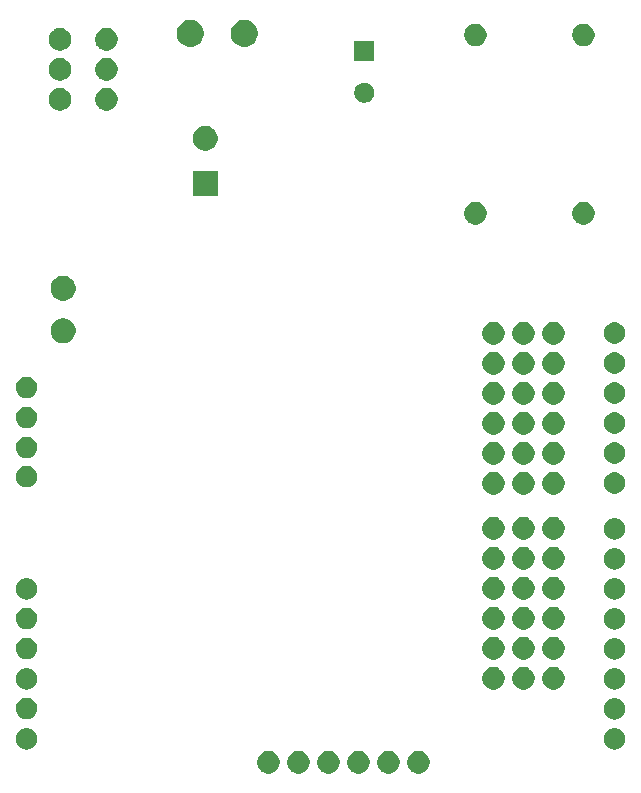
<source format=gbr>
G04 #@! TF.GenerationSoftware,KiCad,Pcbnew,(5.1.5)-3*
G04 #@! TF.CreationDate,2020-03-10T10:04:20+01:00*
G04 #@! TF.ProjectId,FPGA,46504741-2e6b-4696-9361-645f70636258,rev?*
G04 #@! TF.SameCoordinates,Original*
G04 #@! TF.FileFunction,Soldermask,Bot*
G04 #@! TF.FilePolarity,Negative*
%FSLAX46Y46*%
G04 Gerber Fmt 4.6, Leading zero omitted, Abs format (unit mm)*
G04 Created by KiCad (PCBNEW (5.1.5)-3) date 2020-03-10 10:04:20*
%MOMM*%
%LPD*%
G04 APERTURE LIST*
%ADD10C,0.100000*%
G04 APERTURE END LIST*
D10*
G36*
X118387395Y-99669546D02*
G01*
X118560466Y-99741234D01*
X118560467Y-99741235D01*
X118716227Y-99845310D01*
X118848690Y-99977773D01*
X118848691Y-99977775D01*
X118952766Y-100133534D01*
X119024454Y-100306605D01*
X119061000Y-100490333D01*
X119061000Y-100677667D01*
X119024454Y-100861395D01*
X118952766Y-101034466D01*
X118952765Y-101034467D01*
X118848690Y-101190227D01*
X118716227Y-101322690D01*
X118637818Y-101375081D01*
X118560466Y-101426766D01*
X118387395Y-101498454D01*
X118203667Y-101535000D01*
X118016333Y-101535000D01*
X117832605Y-101498454D01*
X117659534Y-101426766D01*
X117582182Y-101375081D01*
X117503773Y-101322690D01*
X117371310Y-101190227D01*
X117267235Y-101034467D01*
X117267234Y-101034466D01*
X117195546Y-100861395D01*
X117159000Y-100677667D01*
X117159000Y-100490333D01*
X117195546Y-100306605D01*
X117267234Y-100133534D01*
X117371309Y-99977775D01*
X117371310Y-99977773D01*
X117503773Y-99845310D01*
X117659533Y-99741235D01*
X117659534Y-99741234D01*
X117832605Y-99669546D01*
X118016333Y-99633000D01*
X118203667Y-99633000D01*
X118387395Y-99669546D01*
G37*
G36*
X128547395Y-99669546D02*
G01*
X128720466Y-99741234D01*
X128720467Y-99741235D01*
X128876227Y-99845310D01*
X129008690Y-99977773D01*
X129008691Y-99977775D01*
X129112766Y-100133534D01*
X129184454Y-100306605D01*
X129221000Y-100490333D01*
X129221000Y-100677667D01*
X129184454Y-100861395D01*
X129112766Y-101034466D01*
X129112765Y-101034467D01*
X129008690Y-101190227D01*
X128876227Y-101322690D01*
X128797818Y-101375081D01*
X128720466Y-101426766D01*
X128547395Y-101498454D01*
X128363667Y-101535000D01*
X128176333Y-101535000D01*
X127992605Y-101498454D01*
X127819534Y-101426766D01*
X127742182Y-101375081D01*
X127663773Y-101322690D01*
X127531310Y-101190227D01*
X127427235Y-101034467D01*
X127427234Y-101034466D01*
X127355546Y-100861395D01*
X127319000Y-100677667D01*
X127319000Y-100490333D01*
X127355546Y-100306605D01*
X127427234Y-100133534D01*
X127531309Y-99977775D01*
X127531310Y-99977773D01*
X127663773Y-99845310D01*
X127819533Y-99741235D01*
X127819534Y-99741234D01*
X127992605Y-99669546D01*
X128176333Y-99633000D01*
X128363667Y-99633000D01*
X128547395Y-99669546D01*
G37*
G36*
X131087395Y-99669546D02*
G01*
X131260466Y-99741234D01*
X131260467Y-99741235D01*
X131416227Y-99845310D01*
X131548690Y-99977773D01*
X131548691Y-99977775D01*
X131652766Y-100133534D01*
X131724454Y-100306605D01*
X131761000Y-100490333D01*
X131761000Y-100677667D01*
X131724454Y-100861395D01*
X131652766Y-101034466D01*
X131652765Y-101034467D01*
X131548690Y-101190227D01*
X131416227Y-101322690D01*
X131337818Y-101375081D01*
X131260466Y-101426766D01*
X131087395Y-101498454D01*
X130903667Y-101535000D01*
X130716333Y-101535000D01*
X130532605Y-101498454D01*
X130359534Y-101426766D01*
X130282182Y-101375081D01*
X130203773Y-101322690D01*
X130071310Y-101190227D01*
X129967235Y-101034467D01*
X129967234Y-101034466D01*
X129895546Y-100861395D01*
X129859000Y-100677667D01*
X129859000Y-100490333D01*
X129895546Y-100306605D01*
X129967234Y-100133534D01*
X130071309Y-99977775D01*
X130071310Y-99977773D01*
X130203773Y-99845310D01*
X130359533Y-99741235D01*
X130359534Y-99741234D01*
X130532605Y-99669546D01*
X130716333Y-99633000D01*
X130903667Y-99633000D01*
X131087395Y-99669546D01*
G37*
G36*
X126007395Y-99669546D02*
G01*
X126180466Y-99741234D01*
X126180467Y-99741235D01*
X126336227Y-99845310D01*
X126468690Y-99977773D01*
X126468691Y-99977775D01*
X126572766Y-100133534D01*
X126644454Y-100306605D01*
X126681000Y-100490333D01*
X126681000Y-100677667D01*
X126644454Y-100861395D01*
X126572766Y-101034466D01*
X126572765Y-101034467D01*
X126468690Y-101190227D01*
X126336227Y-101322690D01*
X126257818Y-101375081D01*
X126180466Y-101426766D01*
X126007395Y-101498454D01*
X125823667Y-101535000D01*
X125636333Y-101535000D01*
X125452605Y-101498454D01*
X125279534Y-101426766D01*
X125202182Y-101375081D01*
X125123773Y-101322690D01*
X124991310Y-101190227D01*
X124887235Y-101034467D01*
X124887234Y-101034466D01*
X124815546Y-100861395D01*
X124779000Y-100677667D01*
X124779000Y-100490333D01*
X124815546Y-100306605D01*
X124887234Y-100133534D01*
X124991309Y-99977775D01*
X124991310Y-99977773D01*
X125123773Y-99845310D01*
X125279533Y-99741235D01*
X125279534Y-99741234D01*
X125452605Y-99669546D01*
X125636333Y-99633000D01*
X125823667Y-99633000D01*
X126007395Y-99669546D01*
G37*
G36*
X120927395Y-99669546D02*
G01*
X121100466Y-99741234D01*
X121100467Y-99741235D01*
X121256227Y-99845310D01*
X121388690Y-99977773D01*
X121388691Y-99977775D01*
X121492766Y-100133534D01*
X121564454Y-100306605D01*
X121601000Y-100490333D01*
X121601000Y-100677667D01*
X121564454Y-100861395D01*
X121492766Y-101034466D01*
X121492765Y-101034467D01*
X121388690Y-101190227D01*
X121256227Y-101322690D01*
X121177818Y-101375081D01*
X121100466Y-101426766D01*
X120927395Y-101498454D01*
X120743667Y-101535000D01*
X120556333Y-101535000D01*
X120372605Y-101498454D01*
X120199534Y-101426766D01*
X120122182Y-101375081D01*
X120043773Y-101322690D01*
X119911310Y-101190227D01*
X119807235Y-101034467D01*
X119807234Y-101034466D01*
X119735546Y-100861395D01*
X119699000Y-100677667D01*
X119699000Y-100490333D01*
X119735546Y-100306605D01*
X119807234Y-100133534D01*
X119911309Y-99977775D01*
X119911310Y-99977773D01*
X120043773Y-99845310D01*
X120199533Y-99741235D01*
X120199534Y-99741234D01*
X120372605Y-99669546D01*
X120556333Y-99633000D01*
X120743667Y-99633000D01*
X120927395Y-99669546D01*
G37*
G36*
X123467395Y-99669546D02*
G01*
X123640466Y-99741234D01*
X123640467Y-99741235D01*
X123796227Y-99845310D01*
X123928690Y-99977773D01*
X123928691Y-99977775D01*
X124032766Y-100133534D01*
X124104454Y-100306605D01*
X124141000Y-100490333D01*
X124141000Y-100677667D01*
X124104454Y-100861395D01*
X124032766Y-101034466D01*
X124032765Y-101034467D01*
X123928690Y-101190227D01*
X123796227Y-101322690D01*
X123717818Y-101375081D01*
X123640466Y-101426766D01*
X123467395Y-101498454D01*
X123283667Y-101535000D01*
X123096333Y-101535000D01*
X122912605Y-101498454D01*
X122739534Y-101426766D01*
X122662182Y-101375081D01*
X122583773Y-101322690D01*
X122451310Y-101190227D01*
X122347235Y-101034467D01*
X122347234Y-101034466D01*
X122275546Y-100861395D01*
X122239000Y-100677667D01*
X122239000Y-100490333D01*
X122275546Y-100306605D01*
X122347234Y-100133534D01*
X122451309Y-99977775D01*
X122451310Y-99977773D01*
X122583773Y-99845310D01*
X122739533Y-99741235D01*
X122739534Y-99741234D01*
X122912605Y-99669546D01*
X123096333Y-99633000D01*
X123283667Y-99633000D01*
X123467395Y-99669546D01*
G37*
G36*
X97751112Y-97706727D02*
G01*
X97900412Y-97736424D01*
X98064384Y-97804344D01*
X98211954Y-97902947D01*
X98337453Y-98028446D01*
X98436056Y-98176016D01*
X98503976Y-98339988D01*
X98538600Y-98514059D01*
X98538600Y-98691541D01*
X98503976Y-98865612D01*
X98436056Y-99029584D01*
X98337453Y-99177154D01*
X98211954Y-99302653D01*
X98064384Y-99401256D01*
X97900412Y-99469176D01*
X97751112Y-99498873D01*
X97726342Y-99503800D01*
X97548858Y-99503800D01*
X97524088Y-99498873D01*
X97374788Y-99469176D01*
X97210816Y-99401256D01*
X97063246Y-99302653D01*
X96937747Y-99177154D01*
X96839144Y-99029584D01*
X96771224Y-98865612D01*
X96736600Y-98691541D01*
X96736600Y-98514059D01*
X96771224Y-98339988D01*
X96839144Y-98176016D01*
X96937747Y-98028446D01*
X97063246Y-97902947D01*
X97210816Y-97804344D01*
X97374788Y-97736424D01*
X97524088Y-97706727D01*
X97548858Y-97701800D01*
X97726342Y-97701800D01*
X97751112Y-97706727D01*
G37*
G36*
X147535112Y-97706727D02*
G01*
X147684412Y-97736424D01*
X147848384Y-97804344D01*
X147995954Y-97902947D01*
X148121453Y-98028446D01*
X148220056Y-98176016D01*
X148287976Y-98339988D01*
X148322600Y-98514059D01*
X148322600Y-98691541D01*
X148287976Y-98865612D01*
X148220056Y-99029584D01*
X148121453Y-99177154D01*
X147995954Y-99302653D01*
X147848384Y-99401256D01*
X147684412Y-99469176D01*
X147535112Y-99498873D01*
X147510342Y-99503800D01*
X147332858Y-99503800D01*
X147308088Y-99498873D01*
X147158788Y-99469176D01*
X146994816Y-99401256D01*
X146847246Y-99302653D01*
X146721747Y-99177154D01*
X146623144Y-99029584D01*
X146555224Y-98865612D01*
X146520600Y-98691541D01*
X146520600Y-98514059D01*
X146555224Y-98339988D01*
X146623144Y-98176016D01*
X146721747Y-98028446D01*
X146847246Y-97902947D01*
X146994816Y-97804344D01*
X147158788Y-97736424D01*
X147308088Y-97706727D01*
X147332858Y-97701800D01*
X147510342Y-97701800D01*
X147535112Y-97706727D01*
G37*
G36*
X147535112Y-95166727D02*
G01*
X147684412Y-95196424D01*
X147848384Y-95264344D01*
X147995954Y-95362947D01*
X148121453Y-95488446D01*
X148220056Y-95636016D01*
X148287976Y-95799988D01*
X148322600Y-95974059D01*
X148322600Y-96151541D01*
X148287976Y-96325612D01*
X148220056Y-96489584D01*
X148121453Y-96637154D01*
X147995954Y-96762653D01*
X147848384Y-96861256D01*
X147684412Y-96929176D01*
X147535112Y-96958873D01*
X147510342Y-96963800D01*
X147332858Y-96963800D01*
X147308088Y-96958873D01*
X147158788Y-96929176D01*
X146994816Y-96861256D01*
X146847246Y-96762653D01*
X146721747Y-96637154D01*
X146623144Y-96489584D01*
X146555224Y-96325612D01*
X146520600Y-96151541D01*
X146520600Y-95974059D01*
X146555224Y-95799988D01*
X146623144Y-95636016D01*
X146721747Y-95488446D01*
X146847246Y-95362947D01*
X146994816Y-95264344D01*
X147158788Y-95196424D01*
X147308088Y-95166727D01*
X147332858Y-95161800D01*
X147510342Y-95161800D01*
X147535112Y-95166727D01*
G37*
G36*
X97751112Y-95115927D02*
G01*
X97900412Y-95145624D01*
X98064384Y-95213544D01*
X98211954Y-95312147D01*
X98337453Y-95437646D01*
X98436056Y-95585216D01*
X98503976Y-95749188D01*
X98538600Y-95923259D01*
X98538600Y-96100741D01*
X98503976Y-96274812D01*
X98436056Y-96438784D01*
X98337453Y-96586354D01*
X98211954Y-96711853D01*
X98064384Y-96810456D01*
X97900412Y-96878376D01*
X97751112Y-96908073D01*
X97726342Y-96913000D01*
X97548858Y-96913000D01*
X97524088Y-96908073D01*
X97374788Y-96878376D01*
X97210816Y-96810456D01*
X97063246Y-96711853D01*
X96937747Y-96586354D01*
X96839144Y-96438784D01*
X96771224Y-96274812D01*
X96736600Y-96100741D01*
X96736600Y-95923259D01*
X96771224Y-95749188D01*
X96839144Y-95585216D01*
X96937747Y-95437646D01*
X97063246Y-95312147D01*
X97210816Y-95213544D01*
X97374788Y-95145624D01*
X97524088Y-95115927D01*
X97548858Y-95111000D01*
X97726342Y-95111000D01*
X97751112Y-95115927D01*
G37*
G36*
X97751112Y-92626727D02*
G01*
X97900412Y-92656424D01*
X98064384Y-92724344D01*
X98211954Y-92822947D01*
X98337453Y-92948446D01*
X98436056Y-93096016D01*
X98503976Y-93259988D01*
X98538600Y-93434059D01*
X98538600Y-93611541D01*
X98503976Y-93785612D01*
X98436056Y-93949584D01*
X98337453Y-94097154D01*
X98211954Y-94222653D01*
X98064384Y-94321256D01*
X97900412Y-94389176D01*
X97751112Y-94418873D01*
X97726342Y-94423800D01*
X97548858Y-94423800D01*
X97524088Y-94418873D01*
X97374788Y-94389176D01*
X97210816Y-94321256D01*
X97063246Y-94222653D01*
X96937747Y-94097154D01*
X96839144Y-93949584D01*
X96771224Y-93785612D01*
X96736600Y-93611541D01*
X96736600Y-93434059D01*
X96771224Y-93259988D01*
X96839144Y-93096016D01*
X96937747Y-92948446D01*
X97063246Y-92822947D01*
X97210816Y-92724344D01*
X97374788Y-92656424D01*
X97524088Y-92626727D01*
X97548858Y-92621800D01*
X97726342Y-92621800D01*
X97751112Y-92626727D01*
G37*
G36*
X147535112Y-92626727D02*
G01*
X147684412Y-92656424D01*
X147848384Y-92724344D01*
X147995954Y-92822947D01*
X148121453Y-92948446D01*
X148220056Y-93096016D01*
X148287976Y-93259988D01*
X148322600Y-93434059D01*
X148322600Y-93611541D01*
X148287976Y-93785612D01*
X148220056Y-93949584D01*
X148121453Y-94097154D01*
X147995954Y-94222653D01*
X147848384Y-94321256D01*
X147684412Y-94389176D01*
X147535112Y-94418873D01*
X147510342Y-94423800D01*
X147332858Y-94423800D01*
X147308088Y-94418873D01*
X147158788Y-94389176D01*
X146994816Y-94321256D01*
X146847246Y-94222653D01*
X146721747Y-94097154D01*
X146623144Y-93949584D01*
X146555224Y-93785612D01*
X146520600Y-93611541D01*
X146520600Y-93434059D01*
X146555224Y-93259988D01*
X146623144Y-93096016D01*
X146721747Y-92948446D01*
X146847246Y-92822947D01*
X146994816Y-92724344D01*
X147158788Y-92656424D01*
X147308088Y-92626727D01*
X147332858Y-92621800D01*
X147510342Y-92621800D01*
X147535112Y-92626727D01*
G37*
G36*
X137437395Y-92557546D02*
G01*
X137610466Y-92629234D01*
X137651160Y-92656425D01*
X137766227Y-92733310D01*
X137898690Y-92865773D01*
X137898691Y-92865775D01*
X138002766Y-93021534D01*
X138074454Y-93194605D01*
X138111000Y-93378333D01*
X138111000Y-93565667D01*
X138074454Y-93749395D01*
X138002766Y-93922466D01*
X137984646Y-93949584D01*
X137898690Y-94078227D01*
X137766227Y-94210690D01*
X137748323Y-94222653D01*
X137610466Y-94314766D01*
X137437395Y-94386454D01*
X137253667Y-94423000D01*
X137066333Y-94423000D01*
X136882605Y-94386454D01*
X136709534Y-94314766D01*
X136571677Y-94222653D01*
X136553773Y-94210690D01*
X136421310Y-94078227D01*
X136335354Y-93949584D01*
X136317234Y-93922466D01*
X136245546Y-93749395D01*
X136209000Y-93565667D01*
X136209000Y-93378333D01*
X136245546Y-93194605D01*
X136317234Y-93021534D01*
X136421309Y-92865775D01*
X136421310Y-92865773D01*
X136553773Y-92733310D01*
X136668840Y-92656425D01*
X136709534Y-92629234D01*
X136882605Y-92557546D01*
X137066333Y-92521000D01*
X137253667Y-92521000D01*
X137437395Y-92557546D01*
G37*
G36*
X142517395Y-92557546D02*
G01*
X142690466Y-92629234D01*
X142731160Y-92656425D01*
X142846227Y-92733310D01*
X142978690Y-92865773D01*
X142978691Y-92865775D01*
X143082766Y-93021534D01*
X143154454Y-93194605D01*
X143191000Y-93378333D01*
X143191000Y-93565667D01*
X143154454Y-93749395D01*
X143082766Y-93922466D01*
X143064646Y-93949584D01*
X142978690Y-94078227D01*
X142846227Y-94210690D01*
X142828323Y-94222653D01*
X142690466Y-94314766D01*
X142517395Y-94386454D01*
X142333667Y-94423000D01*
X142146333Y-94423000D01*
X141962605Y-94386454D01*
X141789534Y-94314766D01*
X141651677Y-94222653D01*
X141633773Y-94210690D01*
X141501310Y-94078227D01*
X141415354Y-93949584D01*
X141397234Y-93922466D01*
X141325546Y-93749395D01*
X141289000Y-93565667D01*
X141289000Y-93378333D01*
X141325546Y-93194605D01*
X141397234Y-93021534D01*
X141501309Y-92865775D01*
X141501310Y-92865773D01*
X141633773Y-92733310D01*
X141748840Y-92656425D01*
X141789534Y-92629234D01*
X141962605Y-92557546D01*
X142146333Y-92521000D01*
X142333667Y-92521000D01*
X142517395Y-92557546D01*
G37*
G36*
X139977395Y-92557546D02*
G01*
X140150466Y-92629234D01*
X140191160Y-92656425D01*
X140306227Y-92733310D01*
X140438690Y-92865773D01*
X140438691Y-92865775D01*
X140542766Y-93021534D01*
X140614454Y-93194605D01*
X140651000Y-93378333D01*
X140651000Y-93565667D01*
X140614454Y-93749395D01*
X140542766Y-93922466D01*
X140524646Y-93949584D01*
X140438690Y-94078227D01*
X140306227Y-94210690D01*
X140288323Y-94222653D01*
X140150466Y-94314766D01*
X139977395Y-94386454D01*
X139793667Y-94423000D01*
X139606333Y-94423000D01*
X139422605Y-94386454D01*
X139249534Y-94314766D01*
X139111677Y-94222653D01*
X139093773Y-94210690D01*
X138961310Y-94078227D01*
X138875354Y-93949584D01*
X138857234Y-93922466D01*
X138785546Y-93749395D01*
X138749000Y-93565667D01*
X138749000Y-93378333D01*
X138785546Y-93194605D01*
X138857234Y-93021534D01*
X138961309Y-92865775D01*
X138961310Y-92865773D01*
X139093773Y-92733310D01*
X139208840Y-92656425D01*
X139249534Y-92629234D01*
X139422605Y-92557546D01*
X139606333Y-92521000D01*
X139793667Y-92521000D01*
X139977395Y-92557546D01*
G37*
G36*
X147535112Y-90086727D02*
G01*
X147684412Y-90116424D01*
X147848384Y-90184344D01*
X147995954Y-90282947D01*
X148121453Y-90408446D01*
X148220056Y-90556016D01*
X148287976Y-90719988D01*
X148322600Y-90894059D01*
X148322600Y-91071541D01*
X148287976Y-91245612D01*
X148220056Y-91409584D01*
X148121453Y-91557154D01*
X147995954Y-91682653D01*
X147848384Y-91781256D01*
X147684412Y-91849176D01*
X147535112Y-91878873D01*
X147510342Y-91883800D01*
X147332858Y-91883800D01*
X147308088Y-91878873D01*
X147158788Y-91849176D01*
X146994816Y-91781256D01*
X146847246Y-91682653D01*
X146721747Y-91557154D01*
X146623144Y-91409584D01*
X146555224Y-91245612D01*
X146520600Y-91071541D01*
X146520600Y-90894059D01*
X146555224Y-90719988D01*
X146623144Y-90556016D01*
X146721747Y-90408446D01*
X146847246Y-90282947D01*
X146994816Y-90184344D01*
X147158788Y-90116424D01*
X147308088Y-90086727D01*
X147332858Y-90081800D01*
X147510342Y-90081800D01*
X147535112Y-90086727D01*
G37*
G36*
X139977395Y-90017546D02*
G01*
X140150466Y-90089234D01*
X140191160Y-90116425D01*
X140306227Y-90193310D01*
X140438690Y-90325773D01*
X140438691Y-90325775D01*
X140542766Y-90481534D01*
X140614454Y-90654605D01*
X140651000Y-90838333D01*
X140651000Y-91025667D01*
X140614454Y-91209395D01*
X140542766Y-91382466D01*
X140524646Y-91409584D01*
X140438690Y-91538227D01*
X140306227Y-91670690D01*
X140288323Y-91682653D01*
X140150466Y-91774766D01*
X139977395Y-91846454D01*
X139793667Y-91883000D01*
X139606333Y-91883000D01*
X139422605Y-91846454D01*
X139249534Y-91774766D01*
X139111677Y-91682653D01*
X139093773Y-91670690D01*
X138961310Y-91538227D01*
X138875354Y-91409584D01*
X138857234Y-91382466D01*
X138785546Y-91209395D01*
X138749000Y-91025667D01*
X138749000Y-90838333D01*
X138785546Y-90654605D01*
X138857234Y-90481534D01*
X138961309Y-90325775D01*
X138961310Y-90325773D01*
X139093773Y-90193310D01*
X139208840Y-90116425D01*
X139249534Y-90089234D01*
X139422605Y-90017546D01*
X139606333Y-89981000D01*
X139793667Y-89981000D01*
X139977395Y-90017546D01*
G37*
G36*
X142517395Y-90017546D02*
G01*
X142690466Y-90089234D01*
X142731160Y-90116425D01*
X142846227Y-90193310D01*
X142978690Y-90325773D01*
X142978691Y-90325775D01*
X143082766Y-90481534D01*
X143154454Y-90654605D01*
X143191000Y-90838333D01*
X143191000Y-91025667D01*
X143154454Y-91209395D01*
X143082766Y-91382466D01*
X143064646Y-91409584D01*
X142978690Y-91538227D01*
X142846227Y-91670690D01*
X142828323Y-91682653D01*
X142690466Y-91774766D01*
X142517395Y-91846454D01*
X142333667Y-91883000D01*
X142146333Y-91883000D01*
X141962605Y-91846454D01*
X141789534Y-91774766D01*
X141651677Y-91682653D01*
X141633773Y-91670690D01*
X141501310Y-91538227D01*
X141415354Y-91409584D01*
X141397234Y-91382466D01*
X141325546Y-91209395D01*
X141289000Y-91025667D01*
X141289000Y-90838333D01*
X141325546Y-90654605D01*
X141397234Y-90481534D01*
X141501309Y-90325775D01*
X141501310Y-90325773D01*
X141633773Y-90193310D01*
X141748840Y-90116425D01*
X141789534Y-90089234D01*
X141962605Y-90017546D01*
X142146333Y-89981000D01*
X142333667Y-89981000D01*
X142517395Y-90017546D01*
G37*
G36*
X137437395Y-90017546D02*
G01*
X137610466Y-90089234D01*
X137651160Y-90116425D01*
X137766227Y-90193310D01*
X137898690Y-90325773D01*
X137898691Y-90325775D01*
X138002766Y-90481534D01*
X138074454Y-90654605D01*
X138111000Y-90838333D01*
X138111000Y-91025667D01*
X138074454Y-91209395D01*
X138002766Y-91382466D01*
X137984646Y-91409584D01*
X137898690Y-91538227D01*
X137766227Y-91670690D01*
X137748323Y-91682653D01*
X137610466Y-91774766D01*
X137437395Y-91846454D01*
X137253667Y-91883000D01*
X137066333Y-91883000D01*
X136882605Y-91846454D01*
X136709534Y-91774766D01*
X136571677Y-91682653D01*
X136553773Y-91670690D01*
X136421310Y-91538227D01*
X136335354Y-91409584D01*
X136317234Y-91382466D01*
X136245546Y-91209395D01*
X136209000Y-91025667D01*
X136209000Y-90838333D01*
X136245546Y-90654605D01*
X136317234Y-90481534D01*
X136421309Y-90325775D01*
X136421310Y-90325773D01*
X136553773Y-90193310D01*
X136668840Y-90116425D01*
X136709534Y-90089234D01*
X136882605Y-90017546D01*
X137066333Y-89981000D01*
X137253667Y-89981000D01*
X137437395Y-90017546D01*
G37*
G36*
X97751112Y-90035927D02*
G01*
X97900412Y-90065624D01*
X98064384Y-90133544D01*
X98211954Y-90232147D01*
X98337453Y-90357646D01*
X98436056Y-90505216D01*
X98503976Y-90669188D01*
X98538600Y-90843259D01*
X98538600Y-91020741D01*
X98503976Y-91194812D01*
X98436056Y-91358784D01*
X98337453Y-91506354D01*
X98211954Y-91631853D01*
X98064384Y-91730456D01*
X97900412Y-91798376D01*
X97751112Y-91828073D01*
X97726342Y-91833000D01*
X97548858Y-91833000D01*
X97524088Y-91828073D01*
X97374788Y-91798376D01*
X97210816Y-91730456D01*
X97063246Y-91631853D01*
X96937747Y-91506354D01*
X96839144Y-91358784D01*
X96771224Y-91194812D01*
X96736600Y-91020741D01*
X96736600Y-90843259D01*
X96771224Y-90669188D01*
X96839144Y-90505216D01*
X96937747Y-90357646D01*
X97063246Y-90232147D01*
X97210816Y-90133544D01*
X97374788Y-90065624D01*
X97524088Y-90035927D01*
X97548858Y-90031000D01*
X97726342Y-90031000D01*
X97751112Y-90035927D01*
G37*
G36*
X147535112Y-87546727D02*
G01*
X147684412Y-87576424D01*
X147848384Y-87644344D01*
X147995954Y-87742947D01*
X148121453Y-87868446D01*
X148220056Y-88016016D01*
X148287976Y-88179988D01*
X148322600Y-88354059D01*
X148322600Y-88531541D01*
X148287976Y-88705612D01*
X148220056Y-88869584D01*
X148121453Y-89017154D01*
X147995954Y-89142653D01*
X147848384Y-89241256D01*
X147684412Y-89309176D01*
X147535112Y-89338873D01*
X147510342Y-89343800D01*
X147332858Y-89343800D01*
X147308088Y-89338873D01*
X147158788Y-89309176D01*
X146994816Y-89241256D01*
X146847246Y-89142653D01*
X146721747Y-89017154D01*
X146623144Y-88869584D01*
X146555224Y-88705612D01*
X146520600Y-88531541D01*
X146520600Y-88354059D01*
X146555224Y-88179988D01*
X146623144Y-88016016D01*
X146721747Y-87868446D01*
X146847246Y-87742947D01*
X146994816Y-87644344D01*
X147158788Y-87576424D01*
X147308088Y-87546727D01*
X147332858Y-87541800D01*
X147510342Y-87541800D01*
X147535112Y-87546727D01*
G37*
G36*
X137437395Y-87477546D02*
G01*
X137610466Y-87549234D01*
X137651160Y-87576425D01*
X137766227Y-87653310D01*
X137898690Y-87785773D01*
X137898691Y-87785775D01*
X138002766Y-87941534D01*
X138074454Y-88114605D01*
X138111000Y-88298333D01*
X138111000Y-88485667D01*
X138074454Y-88669395D01*
X138002766Y-88842466D01*
X137984646Y-88869584D01*
X137898690Y-88998227D01*
X137766227Y-89130690D01*
X137748323Y-89142653D01*
X137610466Y-89234766D01*
X137437395Y-89306454D01*
X137253667Y-89343000D01*
X137066333Y-89343000D01*
X136882605Y-89306454D01*
X136709534Y-89234766D01*
X136571677Y-89142653D01*
X136553773Y-89130690D01*
X136421310Y-88998227D01*
X136335354Y-88869584D01*
X136317234Y-88842466D01*
X136245546Y-88669395D01*
X136209000Y-88485667D01*
X136209000Y-88298333D01*
X136245546Y-88114605D01*
X136317234Y-87941534D01*
X136421309Y-87785775D01*
X136421310Y-87785773D01*
X136553773Y-87653310D01*
X136668840Y-87576425D01*
X136709534Y-87549234D01*
X136882605Y-87477546D01*
X137066333Y-87441000D01*
X137253667Y-87441000D01*
X137437395Y-87477546D01*
G37*
G36*
X142517395Y-87477546D02*
G01*
X142690466Y-87549234D01*
X142731160Y-87576425D01*
X142846227Y-87653310D01*
X142978690Y-87785773D01*
X142978691Y-87785775D01*
X143082766Y-87941534D01*
X143154454Y-88114605D01*
X143191000Y-88298333D01*
X143191000Y-88485667D01*
X143154454Y-88669395D01*
X143082766Y-88842466D01*
X143064646Y-88869584D01*
X142978690Y-88998227D01*
X142846227Y-89130690D01*
X142828323Y-89142653D01*
X142690466Y-89234766D01*
X142517395Y-89306454D01*
X142333667Y-89343000D01*
X142146333Y-89343000D01*
X141962605Y-89306454D01*
X141789534Y-89234766D01*
X141651677Y-89142653D01*
X141633773Y-89130690D01*
X141501310Y-88998227D01*
X141415354Y-88869584D01*
X141397234Y-88842466D01*
X141325546Y-88669395D01*
X141289000Y-88485667D01*
X141289000Y-88298333D01*
X141325546Y-88114605D01*
X141397234Y-87941534D01*
X141501309Y-87785775D01*
X141501310Y-87785773D01*
X141633773Y-87653310D01*
X141748840Y-87576425D01*
X141789534Y-87549234D01*
X141962605Y-87477546D01*
X142146333Y-87441000D01*
X142333667Y-87441000D01*
X142517395Y-87477546D01*
G37*
G36*
X139977395Y-87477546D02*
G01*
X140150466Y-87549234D01*
X140191160Y-87576425D01*
X140306227Y-87653310D01*
X140438690Y-87785773D01*
X140438691Y-87785775D01*
X140542766Y-87941534D01*
X140614454Y-88114605D01*
X140651000Y-88298333D01*
X140651000Y-88485667D01*
X140614454Y-88669395D01*
X140542766Y-88842466D01*
X140524646Y-88869584D01*
X140438690Y-88998227D01*
X140306227Y-89130690D01*
X140288323Y-89142653D01*
X140150466Y-89234766D01*
X139977395Y-89306454D01*
X139793667Y-89343000D01*
X139606333Y-89343000D01*
X139422605Y-89306454D01*
X139249534Y-89234766D01*
X139111677Y-89142653D01*
X139093773Y-89130690D01*
X138961310Y-88998227D01*
X138875354Y-88869584D01*
X138857234Y-88842466D01*
X138785546Y-88669395D01*
X138749000Y-88485667D01*
X138749000Y-88298333D01*
X138785546Y-88114605D01*
X138857234Y-87941534D01*
X138961309Y-87785775D01*
X138961310Y-87785773D01*
X139093773Y-87653310D01*
X139208840Y-87576425D01*
X139249534Y-87549234D01*
X139422605Y-87477546D01*
X139606333Y-87441000D01*
X139793667Y-87441000D01*
X139977395Y-87477546D01*
G37*
G36*
X97751112Y-87495927D02*
G01*
X97900412Y-87525624D01*
X98064384Y-87593544D01*
X98211954Y-87692147D01*
X98337453Y-87817646D01*
X98436056Y-87965216D01*
X98503976Y-88129188D01*
X98538600Y-88303259D01*
X98538600Y-88480741D01*
X98503976Y-88654812D01*
X98436056Y-88818784D01*
X98337453Y-88966354D01*
X98211954Y-89091853D01*
X98064384Y-89190456D01*
X97900412Y-89258376D01*
X97751112Y-89288073D01*
X97726342Y-89293000D01*
X97548858Y-89293000D01*
X97524088Y-89288073D01*
X97374788Y-89258376D01*
X97210816Y-89190456D01*
X97063246Y-89091853D01*
X96937747Y-88966354D01*
X96839144Y-88818784D01*
X96771224Y-88654812D01*
X96736600Y-88480741D01*
X96736600Y-88303259D01*
X96771224Y-88129188D01*
X96839144Y-87965216D01*
X96937747Y-87817646D01*
X97063246Y-87692147D01*
X97210816Y-87593544D01*
X97374788Y-87525624D01*
X97524088Y-87495927D01*
X97548858Y-87491000D01*
X97726342Y-87491000D01*
X97751112Y-87495927D01*
G37*
G36*
X97751112Y-85006727D02*
G01*
X97900412Y-85036424D01*
X98064384Y-85104344D01*
X98211954Y-85202947D01*
X98337453Y-85328446D01*
X98436056Y-85476016D01*
X98503976Y-85639988D01*
X98538600Y-85814059D01*
X98538600Y-85991541D01*
X98503976Y-86165612D01*
X98436056Y-86329584D01*
X98337453Y-86477154D01*
X98211954Y-86602653D01*
X98064384Y-86701256D01*
X97900412Y-86769176D01*
X97751112Y-86798873D01*
X97726342Y-86803800D01*
X97548858Y-86803800D01*
X97524088Y-86798873D01*
X97374788Y-86769176D01*
X97210816Y-86701256D01*
X97063246Y-86602653D01*
X96937747Y-86477154D01*
X96839144Y-86329584D01*
X96771224Y-86165612D01*
X96736600Y-85991541D01*
X96736600Y-85814059D01*
X96771224Y-85639988D01*
X96839144Y-85476016D01*
X96937747Y-85328446D01*
X97063246Y-85202947D01*
X97210816Y-85104344D01*
X97374788Y-85036424D01*
X97524088Y-85006727D01*
X97548858Y-85001800D01*
X97726342Y-85001800D01*
X97751112Y-85006727D01*
G37*
G36*
X147535112Y-85006727D02*
G01*
X147684412Y-85036424D01*
X147848384Y-85104344D01*
X147995954Y-85202947D01*
X148121453Y-85328446D01*
X148220056Y-85476016D01*
X148287976Y-85639988D01*
X148322600Y-85814059D01*
X148322600Y-85991541D01*
X148287976Y-86165612D01*
X148220056Y-86329584D01*
X148121453Y-86477154D01*
X147995954Y-86602653D01*
X147848384Y-86701256D01*
X147684412Y-86769176D01*
X147535112Y-86798873D01*
X147510342Y-86803800D01*
X147332858Y-86803800D01*
X147308088Y-86798873D01*
X147158788Y-86769176D01*
X146994816Y-86701256D01*
X146847246Y-86602653D01*
X146721747Y-86477154D01*
X146623144Y-86329584D01*
X146555224Y-86165612D01*
X146520600Y-85991541D01*
X146520600Y-85814059D01*
X146555224Y-85639988D01*
X146623144Y-85476016D01*
X146721747Y-85328446D01*
X146847246Y-85202947D01*
X146994816Y-85104344D01*
X147158788Y-85036424D01*
X147308088Y-85006727D01*
X147332858Y-85001800D01*
X147510342Y-85001800D01*
X147535112Y-85006727D01*
G37*
G36*
X137437395Y-84937546D02*
G01*
X137610466Y-85009234D01*
X137651160Y-85036425D01*
X137766227Y-85113310D01*
X137898690Y-85245773D01*
X137898691Y-85245775D01*
X138002766Y-85401534D01*
X138074454Y-85574605D01*
X138111000Y-85758333D01*
X138111000Y-85945667D01*
X138074454Y-86129395D01*
X138002766Y-86302466D01*
X137984646Y-86329584D01*
X137898690Y-86458227D01*
X137766227Y-86590690D01*
X137748323Y-86602653D01*
X137610466Y-86694766D01*
X137437395Y-86766454D01*
X137253667Y-86803000D01*
X137066333Y-86803000D01*
X136882605Y-86766454D01*
X136709534Y-86694766D01*
X136571677Y-86602653D01*
X136553773Y-86590690D01*
X136421310Y-86458227D01*
X136335354Y-86329584D01*
X136317234Y-86302466D01*
X136245546Y-86129395D01*
X136209000Y-85945667D01*
X136209000Y-85758333D01*
X136245546Y-85574605D01*
X136317234Y-85401534D01*
X136421309Y-85245775D01*
X136421310Y-85245773D01*
X136553773Y-85113310D01*
X136668840Y-85036425D01*
X136709534Y-85009234D01*
X136882605Y-84937546D01*
X137066333Y-84901000D01*
X137253667Y-84901000D01*
X137437395Y-84937546D01*
G37*
G36*
X142517395Y-84937546D02*
G01*
X142690466Y-85009234D01*
X142731160Y-85036425D01*
X142846227Y-85113310D01*
X142978690Y-85245773D01*
X142978691Y-85245775D01*
X143082766Y-85401534D01*
X143154454Y-85574605D01*
X143191000Y-85758333D01*
X143191000Y-85945667D01*
X143154454Y-86129395D01*
X143082766Y-86302466D01*
X143064646Y-86329584D01*
X142978690Y-86458227D01*
X142846227Y-86590690D01*
X142828323Y-86602653D01*
X142690466Y-86694766D01*
X142517395Y-86766454D01*
X142333667Y-86803000D01*
X142146333Y-86803000D01*
X141962605Y-86766454D01*
X141789534Y-86694766D01*
X141651677Y-86602653D01*
X141633773Y-86590690D01*
X141501310Y-86458227D01*
X141415354Y-86329584D01*
X141397234Y-86302466D01*
X141325546Y-86129395D01*
X141289000Y-85945667D01*
X141289000Y-85758333D01*
X141325546Y-85574605D01*
X141397234Y-85401534D01*
X141501309Y-85245775D01*
X141501310Y-85245773D01*
X141633773Y-85113310D01*
X141748840Y-85036425D01*
X141789534Y-85009234D01*
X141962605Y-84937546D01*
X142146333Y-84901000D01*
X142333667Y-84901000D01*
X142517395Y-84937546D01*
G37*
G36*
X139977395Y-84937546D02*
G01*
X140150466Y-85009234D01*
X140191160Y-85036425D01*
X140306227Y-85113310D01*
X140438690Y-85245773D01*
X140438691Y-85245775D01*
X140542766Y-85401534D01*
X140614454Y-85574605D01*
X140651000Y-85758333D01*
X140651000Y-85945667D01*
X140614454Y-86129395D01*
X140542766Y-86302466D01*
X140524646Y-86329584D01*
X140438690Y-86458227D01*
X140306227Y-86590690D01*
X140288323Y-86602653D01*
X140150466Y-86694766D01*
X139977395Y-86766454D01*
X139793667Y-86803000D01*
X139606333Y-86803000D01*
X139422605Y-86766454D01*
X139249534Y-86694766D01*
X139111677Y-86602653D01*
X139093773Y-86590690D01*
X138961310Y-86458227D01*
X138875354Y-86329584D01*
X138857234Y-86302466D01*
X138785546Y-86129395D01*
X138749000Y-85945667D01*
X138749000Y-85758333D01*
X138785546Y-85574605D01*
X138857234Y-85401534D01*
X138961309Y-85245775D01*
X138961310Y-85245773D01*
X139093773Y-85113310D01*
X139208840Y-85036425D01*
X139249534Y-85009234D01*
X139422605Y-84937546D01*
X139606333Y-84901000D01*
X139793667Y-84901000D01*
X139977395Y-84937546D01*
G37*
G36*
X147535112Y-82466727D02*
G01*
X147684412Y-82496424D01*
X147848384Y-82564344D01*
X147995954Y-82662947D01*
X148121453Y-82788446D01*
X148220056Y-82936016D01*
X148287976Y-83099988D01*
X148322600Y-83274059D01*
X148322600Y-83451541D01*
X148287976Y-83625612D01*
X148220056Y-83789584D01*
X148121453Y-83937154D01*
X147995954Y-84062653D01*
X147848384Y-84161256D01*
X147684412Y-84229176D01*
X147535112Y-84258873D01*
X147510342Y-84263800D01*
X147332858Y-84263800D01*
X147308088Y-84258873D01*
X147158788Y-84229176D01*
X146994816Y-84161256D01*
X146847246Y-84062653D01*
X146721747Y-83937154D01*
X146623144Y-83789584D01*
X146555224Y-83625612D01*
X146520600Y-83451541D01*
X146520600Y-83274059D01*
X146555224Y-83099988D01*
X146623144Y-82936016D01*
X146721747Y-82788446D01*
X146847246Y-82662947D01*
X146994816Y-82564344D01*
X147158788Y-82496424D01*
X147308088Y-82466727D01*
X147332858Y-82461800D01*
X147510342Y-82461800D01*
X147535112Y-82466727D01*
G37*
G36*
X142517395Y-82397546D02*
G01*
X142690466Y-82469234D01*
X142731160Y-82496425D01*
X142846227Y-82573310D01*
X142978690Y-82705773D01*
X142978691Y-82705775D01*
X143082766Y-82861534D01*
X143154454Y-83034605D01*
X143191000Y-83218333D01*
X143191000Y-83405667D01*
X143154454Y-83589395D01*
X143082766Y-83762466D01*
X143064646Y-83789584D01*
X142978690Y-83918227D01*
X142846227Y-84050690D01*
X142828323Y-84062653D01*
X142690466Y-84154766D01*
X142517395Y-84226454D01*
X142333667Y-84263000D01*
X142146333Y-84263000D01*
X141962605Y-84226454D01*
X141789534Y-84154766D01*
X141651677Y-84062653D01*
X141633773Y-84050690D01*
X141501310Y-83918227D01*
X141415354Y-83789584D01*
X141397234Y-83762466D01*
X141325546Y-83589395D01*
X141289000Y-83405667D01*
X141289000Y-83218333D01*
X141325546Y-83034605D01*
X141397234Y-82861534D01*
X141501309Y-82705775D01*
X141501310Y-82705773D01*
X141633773Y-82573310D01*
X141748840Y-82496425D01*
X141789534Y-82469234D01*
X141962605Y-82397546D01*
X142146333Y-82361000D01*
X142333667Y-82361000D01*
X142517395Y-82397546D01*
G37*
G36*
X137437395Y-82397546D02*
G01*
X137610466Y-82469234D01*
X137651160Y-82496425D01*
X137766227Y-82573310D01*
X137898690Y-82705773D01*
X137898691Y-82705775D01*
X138002766Y-82861534D01*
X138074454Y-83034605D01*
X138111000Y-83218333D01*
X138111000Y-83405667D01*
X138074454Y-83589395D01*
X138002766Y-83762466D01*
X137984646Y-83789584D01*
X137898690Y-83918227D01*
X137766227Y-84050690D01*
X137748323Y-84062653D01*
X137610466Y-84154766D01*
X137437395Y-84226454D01*
X137253667Y-84263000D01*
X137066333Y-84263000D01*
X136882605Y-84226454D01*
X136709534Y-84154766D01*
X136571677Y-84062653D01*
X136553773Y-84050690D01*
X136421310Y-83918227D01*
X136335354Y-83789584D01*
X136317234Y-83762466D01*
X136245546Y-83589395D01*
X136209000Y-83405667D01*
X136209000Y-83218333D01*
X136245546Y-83034605D01*
X136317234Y-82861534D01*
X136421309Y-82705775D01*
X136421310Y-82705773D01*
X136553773Y-82573310D01*
X136668840Y-82496425D01*
X136709534Y-82469234D01*
X136882605Y-82397546D01*
X137066333Y-82361000D01*
X137253667Y-82361000D01*
X137437395Y-82397546D01*
G37*
G36*
X139977395Y-82397546D02*
G01*
X140150466Y-82469234D01*
X140191160Y-82496425D01*
X140306227Y-82573310D01*
X140438690Y-82705773D01*
X140438691Y-82705775D01*
X140542766Y-82861534D01*
X140614454Y-83034605D01*
X140651000Y-83218333D01*
X140651000Y-83405667D01*
X140614454Y-83589395D01*
X140542766Y-83762466D01*
X140524646Y-83789584D01*
X140438690Y-83918227D01*
X140306227Y-84050690D01*
X140288323Y-84062653D01*
X140150466Y-84154766D01*
X139977395Y-84226454D01*
X139793667Y-84263000D01*
X139606333Y-84263000D01*
X139422605Y-84226454D01*
X139249534Y-84154766D01*
X139111677Y-84062653D01*
X139093773Y-84050690D01*
X138961310Y-83918227D01*
X138875354Y-83789584D01*
X138857234Y-83762466D01*
X138785546Y-83589395D01*
X138749000Y-83405667D01*
X138749000Y-83218333D01*
X138785546Y-83034605D01*
X138857234Y-82861534D01*
X138961309Y-82705775D01*
X138961310Y-82705773D01*
X139093773Y-82573310D01*
X139208840Y-82496425D01*
X139249534Y-82469234D01*
X139422605Y-82397546D01*
X139606333Y-82361000D01*
X139793667Y-82361000D01*
X139977395Y-82397546D01*
G37*
G36*
X147535112Y-79926727D02*
G01*
X147684412Y-79956424D01*
X147848384Y-80024344D01*
X147995954Y-80122947D01*
X148121453Y-80248446D01*
X148220056Y-80396016D01*
X148287976Y-80559988D01*
X148322600Y-80734059D01*
X148322600Y-80911541D01*
X148287976Y-81085612D01*
X148220056Y-81249584D01*
X148121453Y-81397154D01*
X147995954Y-81522653D01*
X147848384Y-81621256D01*
X147684412Y-81689176D01*
X147535112Y-81718873D01*
X147510342Y-81723800D01*
X147332858Y-81723800D01*
X147308088Y-81718873D01*
X147158788Y-81689176D01*
X146994816Y-81621256D01*
X146847246Y-81522653D01*
X146721747Y-81397154D01*
X146623144Y-81249584D01*
X146555224Y-81085612D01*
X146520600Y-80911541D01*
X146520600Y-80734059D01*
X146555224Y-80559988D01*
X146623144Y-80396016D01*
X146721747Y-80248446D01*
X146847246Y-80122947D01*
X146994816Y-80024344D01*
X147158788Y-79956424D01*
X147308088Y-79926727D01*
X147332858Y-79921800D01*
X147510342Y-79921800D01*
X147535112Y-79926727D01*
G37*
G36*
X139977395Y-79857546D02*
G01*
X140150466Y-79929234D01*
X140191160Y-79956425D01*
X140306227Y-80033310D01*
X140438690Y-80165773D01*
X140438691Y-80165775D01*
X140542766Y-80321534D01*
X140614454Y-80494605D01*
X140651000Y-80678333D01*
X140651000Y-80865667D01*
X140614454Y-81049395D01*
X140542766Y-81222466D01*
X140524646Y-81249584D01*
X140438690Y-81378227D01*
X140306227Y-81510690D01*
X140288323Y-81522653D01*
X140150466Y-81614766D01*
X139977395Y-81686454D01*
X139793667Y-81723000D01*
X139606333Y-81723000D01*
X139422605Y-81686454D01*
X139249534Y-81614766D01*
X139111677Y-81522653D01*
X139093773Y-81510690D01*
X138961310Y-81378227D01*
X138875354Y-81249584D01*
X138857234Y-81222466D01*
X138785546Y-81049395D01*
X138749000Y-80865667D01*
X138749000Y-80678333D01*
X138785546Y-80494605D01*
X138857234Y-80321534D01*
X138961309Y-80165775D01*
X138961310Y-80165773D01*
X139093773Y-80033310D01*
X139208840Y-79956425D01*
X139249534Y-79929234D01*
X139422605Y-79857546D01*
X139606333Y-79821000D01*
X139793667Y-79821000D01*
X139977395Y-79857546D01*
G37*
G36*
X137437395Y-79857546D02*
G01*
X137610466Y-79929234D01*
X137651160Y-79956425D01*
X137766227Y-80033310D01*
X137898690Y-80165773D01*
X137898691Y-80165775D01*
X138002766Y-80321534D01*
X138074454Y-80494605D01*
X138111000Y-80678333D01*
X138111000Y-80865667D01*
X138074454Y-81049395D01*
X138002766Y-81222466D01*
X137984646Y-81249584D01*
X137898690Y-81378227D01*
X137766227Y-81510690D01*
X137748323Y-81522653D01*
X137610466Y-81614766D01*
X137437395Y-81686454D01*
X137253667Y-81723000D01*
X137066333Y-81723000D01*
X136882605Y-81686454D01*
X136709534Y-81614766D01*
X136571677Y-81522653D01*
X136553773Y-81510690D01*
X136421310Y-81378227D01*
X136335354Y-81249584D01*
X136317234Y-81222466D01*
X136245546Y-81049395D01*
X136209000Y-80865667D01*
X136209000Y-80678333D01*
X136245546Y-80494605D01*
X136317234Y-80321534D01*
X136421309Y-80165775D01*
X136421310Y-80165773D01*
X136553773Y-80033310D01*
X136668840Y-79956425D01*
X136709534Y-79929234D01*
X136882605Y-79857546D01*
X137066333Y-79821000D01*
X137253667Y-79821000D01*
X137437395Y-79857546D01*
G37*
G36*
X142517395Y-79857546D02*
G01*
X142690466Y-79929234D01*
X142731160Y-79956425D01*
X142846227Y-80033310D01*
X142978690Y-80165773D01*
X142978691Y-80165775D01*
X143082766Y-80321534D01*
X143154454Y-80494605D01*
X143191000Y-80678333D01*
X143191000Y-80865667D01*
X143154454Y-81049395D01*
X143082766Y-81222466D01*
X143064646Y-81249584D01*
X142978690Y-81378227D01*
X142846227Y-81510690D01*
X142828323Y-81522653D01*
X142690466Y-81614766D01*
X142517395Y-81686454D01*
X142333667Y-81723000D01*
X142146333Y-81723000D01*
X141962605Y-81686454D01*
X141789534Y-81614766D01*
X141651677Y-81522653D01*
X141633773Y-81510690D01*
X141501310Y-81378227D01*
X141415354Y-81249584D01*
X141397234Y-81222466D01*
X141325546Y-81049395D01*
X141289000Y-80865667D01*
X141289000Y-80678333D01*
X141325546Y-80494605D01*
X141397234Y-80321534D01*
X141501309Y-80165775D01*
X141501310Y-80165773D01*
X141633773Y-80033310D01*
X141748840Y-79956425D01*
X141789534Y-79929234D01*
X141962605Y-79857546D01*
X142146333Y-79821000D01*
X142333667Y-79821000D01*
X142517395Y-79857546D01*
G37*
G36*
X142517395Y-76047546D02*
G01*
X142690466Y-76119234D01*
X142767818Y-76170919D01*
X142846227Y-76223310D01*
X142978690Y-76355773D01*
X142982481Y-76361447D01*
X143082766Y-76511534D01*
X143154454Y-76684605D01*
X143191000Y-76868333D01*
X143191000Y-77055667D01*
X143154454Y-77239395D01*
X143082766Y-77412466D01*
X143082765Y-77412467D01*
X142978690Y-77568227D01*
X142846227Y-77700690D01*
X142795992Y-77734256D01*
X142690466Y-77804766D01*
X142517395Y-77876454D01*
X142333667Y-77913000D01*
X142146333Y-77913000D01*
X141962605Y-77876454D01*
X141789534Y-77804766D01*
X141684008Y-77734256D01*
X141633773Y-77700690D01*
X141501310Y-77568227D01*
X141397235Y-77412467D01*
X141397234Y-77412466D01*
X141325546Y-77239395D01*
X141289000Y-77055667D01*
X141289000Y-76868333D01*
X141325546Y-76684605D01*
X141397234Y-76511534D01*
X141497519Y-76361447D01*
X141501310Y-76355773D01*
X141633773Y-76223310D01*
X141712182Y-76170919D01*
X141789534Y-76119234D01*
X141962605Y-76047546D01*
X142146333Y-76011000D01*
X142333667Y-76011000D01*
X142517395Y-76047546D01*
G37*
G36*
X137437395Y-76047546D02*
G01*
X137610466Y-76119234D01*
X137687818Y-76170919D01*
X137766227Y-76223310D01*
X137898690Y-76355773D01*
X137902481Y-76361447D01*
X138002766Y-76511534D01*
X138074454Y-76684605D01*
X138111000Y-76868333D01*
X138111000Y-77055667D01*
X138074454Y-77239395D01*
X138002766Y-77412466D01*
X138002765Y-77412467D01*
X137898690Y-77568227D01*
X137766227Y-77700690D01*
X137715992Y-77734256D01*
X137610466Y-77804766D01*
X137437395Y-77876454D01*
X137253667Y-77913000D01*
X137066333Y-77913000D01*
X136882605Y-77876454D01*
X136709534Y-77804766D01*
X136604008Y-77734256D01*
X136553773Y-77700690D01*
X136421310Y-77568227D01*
X136317235Y-77412467D01*
X136317234Y-77412466D01*
X136245546Y-77239395D01*
X136209000Y-77055667D01*
X136209000Y-76868333D01*
X136245546Y-76684605D01*
X136317234Y-76511534D01*
X136417519Y-76361447D01*
X136421310Y-76355773D01*
X136553773Y-76223310D01*
X136632182Y-76170919D01*
X136709534Y-76119234D01*
X136882605Y-76047546D01*
X137066333Y-76011000D01*
X137253667Y-76011000D01*
X137437395Y-76047546D01*
G37*
G36*
X139977395Y-76047546D02*
G01*
X140150466Y-76119234D01*
X140227818Y-76170919D01*
X140306227Y-76223310D01*
X140438690Y-76355773D01*
X140442481Y-76361447D01*
X140542766Y-76511534D01*
X140614454Y-76684605D01*
X140651000Y-76868333D01*
X140651000Y-77055667D01*
X140614454Y-77239395D01*
X140542766Y-77412466D01*
X140542765Y-77412467D01*
X140438690Y-77568227D01*
X140306227Y-77700690D01*
X140255992Y-77734256D01*
X140150466Y-77804766D01*
X139977395Y-77876454D01*
X139793667Y-77913000D01*
X139606333Y-77913000D01*
X139422605Y-77876454D01*
X139249534Y-77804766D01*
X139144008Y-77734256D01*
X139093773Y-77700690D01*
X138961310Y-77568227D01*
X138857235Y-77412467D01*
X138857234Y-77412466D01*
X138785546Y-77239395D01*
X138749000Y-77055667D01*
X138749000Y-76868333D01*
X138785546Y-76684605D01*
X138857234Y-76511534D01*
X138957519Y-76361447D01*
X138961310Y-76355773D01*
X139093773Y-76223310D01*
X139172182Y-76170919D01*
X139249534Y-76119234D01*
X139422605Y-76047546D01*
X139606333Y-76011000D01*
X139793667Y-76011000D01*
X139977395Y-76047546D01*
G37*
G36*
X147535112Y-76039727D02*
G01*
X147684412Y-76069424D01*
X147848384Y-76137344D01*
X147995954Y-76235947D01*
X148121453Y-76361446D01*
X148220056Y-76509016D01*
X148287976Y-76672988D01*
X148322600Y-76847059D01*
X148322600Y-77024541D01*
X148287976Y-77198612D01*
X148220056Y-77362584D01*
X148121453Y-77510154D01*
X147995954Y-77635653D01*
X147848384Y-77734256D01*
X147684412Y-77802176D01*
X147535112Y-77831873D01*
X147510342Y-77836800D01*
X147332858Y-77836800D01*
X147308088Y-77831873D01*
X147158788Y-77802176D01*
X146994816Y-77734256D01*
X146847246Y-77635653D01*
X146721747Y-77510154D01*
X146623144Y-77362584D01*
X146555224Y-77198612D01*
X146520600Y-77024541D01*
X146520600Y-76847059D01*
X146555224Y-76672988D01*
X146623144Y-76509016D01*
X146721747Y-76361446D01*
X146847246Y-76235947D01*
X146994816Y-76137344D01*
X147158788Y-76069424D01*
X147308088Y-76039727D01*
X147332858Y-76034800D01*
X147510342Y-76034800D01*
X147535112Y-76039727D01*
G37*
G36*
X97751112Y-75507127D02*
G01*
X97900412Y-75536824D01*
X98064384Y-75604744D01*
X98211954Y-75703347D01*
X98337453Y-75828846D01*
X98436056Y-75976416D01*
X98503976Y-76140388D01*
X98538600Y-76314459D01*
X98538600Y-76491941D01*
X98503976Y-76666012D01*
X98436056Y-76829984D01*
X98337453Y-76977554D01*
X98211954Y-77103053D01*
X98064384Y-77201656D01*
X97900412Y-77269576D01*
X97751112Y-77299273D01*
X97726342Y-77304200D01*
X97548858Y-77304200D01*
X97524088Y-77299273D01*
X97374788Y-77269576D01*
X97210816Y-77201656D01*
X97063246Y-77103053D01*
X96937747Y-76977554D01*
X96839144Y-76829984D01*
X96771224Y-76666012D01*
X96736600Y-76491941D01*
X96736600Y-76314459D01*
X96771224Y-76140388D01*
X96839144Y-75976416D01*
X96937747Y-75828846D01*
X97063246Y-75703347D01*
X97210816Y-75604744D01*
X97374788Y-75536824D01*
X97524088Y-75507127D01*
X97548858Y-75502200D01*
X97726342Y-75502200D01*
X97751112Y-75507127D01*
G37*
G36*
X142517395Y-73507546D02*
G01*
X142690466Y-73579234D01*
X142767818Y-73630919D01*
X142846227Y-73683310D01*
X142978690Y-73815773D01*
X142985028Y-73825259D01*
X143082766Y-73971534D01*
X143154454Y-74144605D01*
X143191000Y-74328333D01*
X143191000Y-74515667D01*
X143154454Y-74699395D01*
X143082766Y-74872466D01*
X143082765Y-74872467D01*
X142978690Y-75028227D01*
X142846227Y-75160690D01*
X142794794Y-75195056D01*
X142690466Y-75264766D01*
X142517395Y-75336454D01*
X142333667Y-75373000D01*
X142146333Y-75373000D01*
X141962605Y-75336454D01*
X141789534Y-75264766D01*
X141685206Y-75195056D01*
X141633773Y-75160690D01*
X141501310Y-75028227D01*
X141397235Y-74872467D01*
X141397234Y-74872466D01*
X141325546Y-74699395D01*
X141289000Y-74515667D01*
X141289000Y-74328333D01*
X141325546Y-74144605D01*
X141397234Y-73971534D01*
X141494972Y-73825259D01*
X141501310Y-73815773D01*
X141633773Y-73683310D01*
X141712182Y-73630919D01*
X141789534Y-73579234D01*
X141962605Y-73507546D01*
X142146333Y-73471000D01*
X142333667Y-73471000D01*
X142517395Y-73507546D01*
G37*
G36*
X137437395Y-73507546D02*
G01*
X137610466Y-73579234D01*
X137687818Y-73630919D01*
X137766227Y-73683310D01*
X137898690Y-73815773D01*
X137905028Y-73825259D01*
X138002766Y-73971534D01*
X138074454Y-74144605D01*
X138111000Y-74328333D01*
X138111000Y-74515667D01*
X138074454Y-74699395D01*
X138002766Y-74872466D01*
X138002765Y-74872467D01*
X137898690Y-75028227D01*
X137766227Y-75160690D01*
X137714794Y-75195056D01*
X137610466Y-75264766D01*
X137437395Y-75336454D01*
X137253667Y-75373000D01*
X137066333Y-75373000D01*
X136882605Y-75336454D01*
X136709534Y-75264766D01*
X136605206Y-75195056D01*
X136553773Y-75160690D01*
X136421310Y-75028227D01*
X136317235Y-74872467D01*
X136317234Y-74872466D01*
X136245546Y-74699395D01*
X136209000Y-74515667D01*
X136209000Y-74328333D01*
X136245546Y-74144605D01*
X136317234Y-73971534D01*
X136414972Y-73825259D01*
X136421310Y-73815773D01*
X136553773Y-73683310D01*
X136632182Y-73630919D01*
X136709534Y-73579234D01*
X136882605Y-73507546D01*
X137066333Y-73471000D01*
X137253667Y-73471000D01*
X137437395Y-73507546D01*
G37*
G36*
X139977395Y-73507546D02*
G01*
X140150466Y-73579234D01*
X140227818Y-73630919D01*
X140306227Y-73683310D01*
X140438690Y-73815773D01*
X140445028Y-73825259D01*
X140542766Y-73971534D01*
X140614454Y-74144605D01*
X140651000Y-74328333D01*
X140651000Y-74515667D01*
X140614454Y-74699395D01*
X140542766Y-74872466D01*
X140542765Y-74872467D01*
X140438690Y-75028227D01*
X140306227Y-75160690D01*
X140254794Y-75195056D01*
X140150466Y-75264766D01*
X139977395Y-75336454D01*
X139793667Y-75373000D01*
X139606333Y-75373000D01*
X139422605Y-75336454D01*
X139249534Y-75264766D01*
X139145206Y-75195056D01*
X139093773Y-75160690D01*
X138961310Y-75028227D01*
X138857235Y-74872467D01*
X138857234Y-74872466D01*
X138785546Y-74699395D01*
X138749000Y-74515667D01*
X138749000Y-74328333D01*
X138785546Y-74144605D01*
X138857234Y-73971534D01*
X138954972Y-73825259D01*
X138961310Y-73815773D01*
X139093773Y-73683310D01*
X139172182Y-73630919D01*
X139249534Y-73579234D01*
X139422605Y-73507546D01*
X139606333Y-73471000D01*
X139793667Y-73471000D01*
X139977395Y-73507546D01*
G37*
G36*
X147535112Y-73500527D02*
G01*
X147684412Y-73530224D01*
X147848384Y-73598144D01*
X147995954Y-73696747D01*
X148121453Y-73822246D01*
X148220056Y-73969816D01*
X148287976Y-74133788D01*
X148322600Y-74307859D01*
X148322600Y-74485341D01*
X148287976Y-74659412D01*
X148220056Y-74823384D01*
X148121453Y-74970954D01*
X147995954Y-75096453D01*
X147848384Y-75195056D01*
X147684412Y-75262976D01*
X147535112Y-75292673D01*
X147510342Y-75297600D01*
X147332858Y-75297600D01*
X147308088Y-75292673D01*
X147158788Y-75262976D01*
X146994816Y-75195056D01*
X146847246Y-75096453D01*
X146721747Y-74970954D01*
X146623144Y-74823384D01*
X146555224Y-74659412D01*
X146520600Y-74485341D01*
X146520600Y-74307859D01*
X146555224Y-74133788D01*
X146623144Y-73969816D01*
X146721747Y-73822246D01*
X146847246Y-73696747D01*
X146994816Y-73598144D01*
X147158788Y-73530224D01*
X147308088Y-73500527D01*
X147332858Y-73495600D01*
X147510342Y-73495600D01*
X147535112Y-73500527D01*
G37*
G36*
X97751112Y-73017927D02*
G01*
X97900412Y-73047624D01*
X98064384Y-73115544D01*
X98211954Y-73214147D01*
X98337453Y-73339646D01*
X98436056Y-73487216D01*
X98503976Y-73651188D01*
X98538600Y-73825259D01*
X98538600Y-74002741D01*
X98503976Y-74176812D01*
X98436056Y-74340784D01*
X98337453Y-74488354D01*
X98211954Y-74613853D01*
X98064384Y-74712456D01*
X97900412Y-74780376D01*
X97751112Y-74810073D01*
X97726342Y-74815000D01*
X97548858Y-74815000D01*
X97524088Y-74810073D01*
X97374788Y-74780376D01*
X97210816Y-74712456D01*
X97063246Y-74613853D01*
X96937747Y-74488354D01*
X96839144Y-74340784D01*
X96771224Y-74176812D01*
X96736600Y-74002741D01*
X96736600Y-73825259D01*
X96771224Y-73651188D01*
X96839144Y-73487216D01*
X96937747Y-73339646D01*
X97063246Y-73214147D01*
X97210816Y-73115544D01*
X97374788Y-73047624D01*
X97524088Y-73017927D01*
X97548858Y-73013000D01*
X97726342Y-73013000D01*
X97751112Y-73017927D01*
G37*
G36*
X139977395Y-70967546D02*
G01*
X140150466Y-71039234D01*
X140227818Y-71090919D01*
X140306227Y-71143310D01*
X140438690Y-71275773D01*
X140445028Y-71285259D01*
X140542766Y-71431534D01*
X140614454Y-71604605D01*
X140651000Y-71788333D01*
X140651000Y-71975667D01*
X140614454Y-72159395D01*
X140542766Y-72332466D01*
X140542765Y-72332467D01*
X140438690Y-72488227D01*
X140306227Y-72620690D01*
X140254794Y-72655056D01*
X140150466Y-72724766D01*
X139977395Y-72796454D01*
X139793667Y-72833000D01*
X139606333Y-72833000D01*
X139422605Y-72796454D01*
X139249534Y-72724766D01*
X139145206Y-72655056D01*
X139093773Y-72620690D01*
X138961310Y-72488227D01*
X138857235Y-72332467D01*
X138857234Y-72332466D01*
X138785546Y-72159395D01*
X138749000Y-71975667D01*
X138749000Y-71788333D01*
X138785546Y-71604605D01*
X138857234Y-71431534D01*
X138954972Y-71285259D01*
X138961310Y-71275773D01*
X139093773Y-71143310D01*
X139172182Y-71090919D01*
X139249534Y-71039234D01*
X139422605Y-70967546D01*
X139606333Y-70931000D01*
X139793667Y-70931000D01*
X139977395Y-70967546D01*
G37*
G36*
X142517395Y-70967546D02*
G01*
X142690466Y-71039234D01*
X142767818Y-71090919D01*
X142846227Y-71143310D01*
X142978690Y-71275773D01*
X142985028Y-71285259D01*
X143082766Y-71431534D01*
X143154454Y-71604605D01*
X143191000Y-71788333D01*
X143191000Y-71975667D01*
X143154454Y-72159395D01*
X143082766Y-72332466D01*
X143082765Y-72332467D01*
X142978690Y-72488227D01*
X142846227Y-72620690D01*
X142794794Y-72655056D01*
X142690466Y-72724766D01*
X142517395Y-72796454D01*
X142333667Y-72833000D01*
X142146333Y-72833000D01*
X141962605Y-72796454D01*
X141789534Y-72724766D01*
X141685206Y-72655056D01*
X141633773Y-72620690D01*
X141501310Y-72488227D01*
X141397235Y-72332467D01*
X141397234Y-72332466D01*
X141325546Y-72159395D01*
X141289000Y-71975667D01*
X141289000Y-71788333D01*
X141325546Y-71604605D01*
X141397234Y-71431534D01*
X141494972Y-71285259D01*
X141501310Y-71275773D01*
X141633773Y-71143310D01*
X141712182Y-71090919D01*
X141789534Y-71039234D01*
X141962605Y-70967546D01*
X142146333Y-70931000D01*
X142333667Y-70931000D01*
X142517395Y-70967546D01*
G37*
G36*
X137437395Y-70967546D02*
G01*
X137610466Y-71039234D01*
X137687818Y-71090919D01*
X137766227Y-71143310D01*
X137898690Y-71275773D01*
X137905028Y-71285259D01*
X138002766Y-71431534D01*
X138074454Y-71604605D01*
X138111000Y-71788333D01*
X138111000Y-71975667D01*
X138074454Y-72159395D01*
X138002766Y-72332466D01*
X138002765Y-72332467D01*
X137898690Y-72488227D01*
X137766227Y-72620690D01*
X137714794Y-72655056D01*
X137610466Y-72724766D01*
X137437395Y-72796454D01*
X137253667Y-72833000D01*
X137066333Y-72833000D01*
X136882605Y-72796454D01*
X136709534Y-72724766D01*
X136605206Y-72655056D01*
X136553773Y-72620690D01*
X136421310Y-72488227D01*
X136317235Y-72332467D01*
X136317234Y-72332466D01*
X136245546Y-72159395D01*
X136209000Y-71975667D01*
X136209000Y-71788333D01*
X136245546Y-71604605D01*
X136317234Y-71431534D01*
X136414972Y-71285259D01*
X136421310Y-71275773D01*
X136553773Y-71143310D01*
X136632182Y-71090919D01*
X136709534Y-71039234D01*
X136882605Y-70967546D01*
X137066333Y-70931000D01*
X137253667Y-70931000D01*
X137437395Y-70967546D01*
G37*
G36*
X147535112Y-70960527D02*
G01*
X147684412Y-70990224D01*
X147848384Y-71058144D01*
X147995954Y-71156747D01*
X148121453Y-71282246D01*
X148220056Y-71429816D01*
X148287976Y-71593788D01*
X148322600Y-71767859D01*
X148322600Y-71945341D01*
X148287976Y-72119412D01*
X148220056Y-72283384D01*
X148121453Y-72430954D01*
X147995954Y-72556453D01*
X147848384Y-72655056D01*
X147684412Y-72722976D01*
X147535112Y-72752673D01*
X147510342Y-72757600D01*
X147332858Y-72757600D01*
X147308088Y-72752673D01*
X147158788Y-72722976D01*
X146994816Y-72655056D01*
X146847246Y-72556453D01*
X146721747Y-72430954D01*
X146623144Y-72283384D01*
X146555224Y-72119412D01*
X146520600Y-71945341D01*
X146520600Y-71767859D01*
X146555224Y-71593788D01*
X146623144Y-71429816D01*
X146721747Y-71282246D01*
X146847246Y-71156747D01*
X146994816Y-71058144D01*
X147158788Y-70990224D01*
X147308088Y-70960527D01*
X147332858Y-70955600D01*
X147510342Y-70955600D01*
X147535112Y-70960527D01*
G37*
G36*
X97751112Y-70477927D02*
G01*
X97900412Y-70507624D01*
X98064384Y-70575544D01*
X98211954Y-70674147D01*
X98337453Y-70799646D01*
X98436056Y-70947216D01*
X98503976Y-71111188D01*
X98538600Y-71285259D01*
X98538600Y-71462741D01*
X98503976Y-71636812D01*
X98436056Y-71800784D01*
X98337453Y-71948354D01*
X98211954Y-72073853D01*
X98064384Y-72172456D01*
X97900412Y-72240376D01*
X97751112Y-72270073D01*
X97726342Y-72275000D01*
X97548858Y-72275000D01*
X97524088Y-72270073D01*
X97374788Y-72240376D01*
X97210816Y-72172456D01*
X97063246Y-72073853D01*
X96937747Y-71948354D01*
X96839144Y-71800784D01*
X96771224Y-71636812D01*
X96736600Y-71462741D01*
X96736600Y-71285259D01*
X96771224Y-71111188D01*
X96839144Y-70947216D01*
X96937747Y-70799646D01*
X97063246Y-70674147D01*
X97210816Y-70575544D01*
X97374788Y-70507624D01*
X97524088Y-70477927D01*
X97548858Y-70473000D01*
X97726342Y-70473000D01*
X97751112Y-70477927D01*
G37*
G36*
X142517395Y-68427546D02*
G01*
X142690466Y-68499234D01*
X142767818Y-68550919D01*
X142846227Y-68603310D01*
X142978690Y-68735773D01*
X142985028Y-68745259D01*
X143082766Y-68891534D01*
X143154454Y-69064605D01*
X143191000Y-69248333D01*
X143191000Y-69435667D01*
X143154454Y-69619395D01*
X143082766Y-69792466D01*
X143082765Y-69792467D01*
X142978690Y-69948227D01*
X142846227Y-70080690D01*
X142794794Y-70115056D01*
X142690466Y-70184766D01*
X142517395Y-70256454D01*
X142333667Y-70293000D01*
X142146333Y-70293000D01*
X141962605Y-70256454D01*
X141789534Y-70184766D01*
X141685206Y-70115056D01*
X141633773Y-70080690D01*
X141501310Y-69948227D01*
X141397235Y-69792467D01*
X141397234Y-69792466D01*
X141325546Y-69619395D01*
X141289000Y-69435667D01*
X141289000Y-69248333D01*
X141325546Y-69064605D01*
X141397234Y-68891534D01*
X141494972Y-68745259D01*
X141501310Y-68735773D01*
X141633773Y-68603310D01*
X141712182Y-68550919D01*
X141789534Y-68499234D01*
X141962605Y-68427546D01*
X142146333Y-68391000D01*
X142333667Y-68391000D01*
X142517395Y-68427546D01*
G37*
G36*
X137437395Y-68427546D02*
G01*
X137610466Y-68499234D01*
X137687818Y-68550919D01*
X137766227Y-68603310D01*
X137898690Y-68735773D01*
X137905028Y-68745259D01*
X138002766Y-68891534D01*
X138074454Y-69064605D01*
X138111000Y-69248333D01*
X138111000Y-69435667D01*
X138074454Y-69619395D01*
X138002766Y-69792466D01*
X138002765Y-69792467D01*
X137898690Y-69948227D01*
X137766227Y-70080690D01*
X137714794Y-70115056D01*
X137610466Y-70184766D01*
X137437395Y-70256454D01*
X137253667Y-70293000D01*
X137066333Y-70293000D01*
X136882605Y-70256454D01*
X136709534Y-70184766D01*
X136605206Y-70115056D01*
X136553773Y-70080690D01*
X136421310Y-69948227D01*
X136317235Y-69792467D01*
X136317234Y-69792466D01*
X136245546Y-69619395D01*
X136209000Y-69435667D01*
X136209000Y-69248333D01*
X136245546Y-69064605D01*
X136317234Y-68891534D01*
X136414972Y-68745259D01*
X136421310Y-68735773D01*
X136553773Y-68603310D01*
X136632182Y-68550919D01*
X136709534Y-68499234D01*
X136882605Y-68427546D01*
X137066333Y-68391000D01*
X137253667Y-68391000D01*
X137437395Y-68427546D01*
G37*
G36*
X139977395Y-68427546D02*
G01*
X140150466Y-68499234D01*
X140227818Y-68550919D01*
X140306227Y-68603310D01*
X140438690Y-68735773D01*
X140445028Y-68745259D01*
X140542766Y-68891534D01*
X140614454Y-69064605D01*
X140651000Y-69248333D01*
X140651000Y-69435667D01*
X140614454Y-69619395D01*
X140542766Y-69792466D01*
X140542765Y-69792467D01*
X140438690Y-69948227D01*
X140306227Y-70080690D01*
X140254794Y-70115056D01*
X140150466Y-70184766D01*
X139977395Y-70256454D01*
X139793667Y-70293000D01*
X139606333Y-70293000D01*
X139422605Y-70256454D01*
X139249534Y-70184766D01*
X139145206Y-70115056D01*
X139093773Y-70080690D01*
X138961310Y-69948227D01*
X138857235Y-69792467D01*
X138857234Y-69792466D01*
X138785546Y-69619395D01*
X138749000Y-69435667D01*
X138749000Y-69248333D01*
X138785546Y-69064605D01*
X138857234Y-68891534D01*
X138954972Y-68745259D01*
X138961310Y-68735773D01*
X139093773Y-68603310D01*
X139172182Y-68550919D01*
X139249534Y-68499234D01*
X139422605Y-68427546D01*
X139606333Y-68391000D01*
X139793667Y-68391000D01*
X139977395Y-68427546D01*
G37*
G36*
X147535112Y-68420527D02*
G01*
X147684412Y-68450224D01*
X147848384Y-68518144D01*
X147995954Y-68616747D01*
X148121453Y-68742246D01*
X148220056Y-68889816D01*
X148287976Y-69053788D01*
X148322600Y-69227859D01*
X148322600Y-69405341D01*
X148287976Y-69579412D01*
X148220056Y-69743384D01*
X148121453Y-69890954D01*
X147995954Y-70016453D01*
X147848384Y-70115056D01*
X147684412Y-70182976D01*
X147535112Y-70212673D01*
X147510342Y-70217600D01*
X147332858Y-70217600D01*
X147308088Y-70212673D01*
X147158788Y-70182976D01*
X146994816Y-70115056D01*
X146847246Y-70016453D01*
X146721747Y-69890954D01*
X146623144Y-69743384D01*
X146555224Y-69579412D01*
X146520600Y-69405341D01*
X146520600Y-69227859D01*
X146555224Y-69053788D01*
X146623144Y-68889816D01*
X146721747Y-68742246D01*
X146847246Y-68616747D01*
X146994816Y-68518144D01*
X147158788Y-68450224D01*
X147308088Y-68420527D01*
X147332858Y-68415600D01*
X147510342Y-68415600D01*
X147535112Y-68420527D01*
G37*
G36*
X97751112Y-67937927D02*
G01*
X97900412Y-67967624D01*
X98064384Y-68035544D01*
X98211954Y-68134147D01*
X98337453Y-68259646D01*
X98436056Y-68407216D01*
X98503976Y-68571188D01*
X98538600Y-68745259D01*
X98538600Y-68922741D01*
X98503976Y-69096812D01*
X98436056Y-69260784D01*
X98337453Y-69408354D01*
X98211954Y-69533853D01*
X98064384Y-69632456D01*
X97900412Y-69700376D01*
X97751112Y-69730073D01*
X97726342Y-69735000D01*
X97548858Y-69735000D01*
X97524088Y-69730073D01*
X97374788Y-69700376D01*
X97210816Y-69632456D01*
X97063246Y-69533853D01*
X96937747Y-69408354D01*
X96839144Y-69260784D01*
X96771224Y-69096812D01*
X96736600Y-68922741D01*
X96736600Y-68745259D01*
X96771224Y-68571188D01*
X96839144Y-68407216D01*
X96937747Y-68259646D01*
X97063246Y-68134147D01*
X97210816Y-68035544D01*
X97374788Y-67967624D01*
X97524088Y-67937927D01*
X97548858Y-67933000D01*
X97726342Y-67933000D01*
X97751112Y-67937927D01*
G37*
G36*
X142517395Y-65887546D02*
G01*
X142690466Y-65959234D01*
X142690467Y-65959235D01*
X142846227Y-66063310D01*
X142978690Y-66195773D01*
X142982481Y-66201447D01*
X143082766Y-66351534D01*
X143154454Y-66524605D01*
X143191000Y-66708333D01*
X143191000Y-66895667D01*
X143154454Y-67079395D01*
X143082766Y-67252466D01*
X143082765Y-67252467D01*
X142978690Y-67408227D01*
X142846227Y-67540690D01*
X142795992Y-67574256D01*
X142690466Y-67644766D01*
X142517395Y-67716454D01*
X142333667Y-67753000D01*
X142146333Y-67753000D01*
X141962605Y-67716454D01*
X141789534Y-67644766D01*
X141684008Y-67574256D01*
X141633773Y-67540690D01*
X141501310Y-67408227D01*
X141397235Y-67252467D01*
X141397234Y-67252466D01*
X141325546Y-67079395D01*
X141289000Y-66895667D01*
X141289000Y-66708333D01*
X141325546Y-66524605D01*
X141397234Y-66351534D01*
X141497519Y-66201447D01*
X141501310Y-66195773D01*
X141633773Y-66063310D01*
X141789533Y-65959235D01*
X141789534Y-65959234D01*
X141962605Y-65887546D01*
X142146333Y-65851000D01*
X142333667Y-65851000D01*
X142517395Y-65887546D01*
G37*
G36*
X139977395Y-65887546D02*
G01*
X140150466Y-65959234D01*
X140150467Y-65959235D01*
X140306227Y-66063310D01*
X140438690Y-66195773D01*
X140442481Y-66201447D01*
X140542766Y-66351534D01*
X140614454Y-66524605D01*
X140651000Y-66708333D01*
X140651000Y-66895667D01*
X140614454Y-67079395D01*
X140542766Y-67252466D01*
X140542765Y-67252467D01*
X140438690Y-67408227D01*
X140306227Y-67540690D01*
X140255992Y-67574256D01*
X140150466Y-67644766D01*
X139977395Y-67716454D01*
X139793667Y-67753000D01*
X139606333Y-67753000D01*
X139422605Y-67716454D01*
X139249534Y-67644766D01*
X139144008Y-67574256D01*
X139093773Y-67540690D01*
X138961310Y-67408227D01*
X138857235Y-67252467D01*
X138857234Y-67252466D01*
X138785546Y-67079395D01*
X138749000Y-66895667D01*
X138749000Y-66708333D01*
X138785546Y-66524605D01*
X138857234Y-66351534D01*
X138957519Y-66201447D01*
X138961310Y-66195773D01*
X139093773Y-66063310D01*
X139249533Y-65959235D01*
X139249534Y-65959234D01*
X139422605Y-65887546D01*
X139606333Y-65851000D01*
X139793667Y-65851000D01*
X139977395Y-65887546D01*
G37*
G36*
X137437395Y-65887546D02*
G01*
X137610466Y-65959234D01*
X137610467Y-65959235D01*
X137766227Y-66063310D01*
X137898690Y-66195773D01*
X137902481Y-66201447D01*
X138002766Y-66351534D01*
X138074454Y-66524605D01*
X138111000Y-66708333D01*
X138111000Y-66895667D01*
X138074454Y-67079395D01*
X138002766Y-67252466D01*
X138002765Y-67252467D01*
X137898690Y-67408227D01*
X137766227Y-67540690D01*
X137715992Y-67574256D01*
X137610466Y-67644766D01*
X137437395Y-67716454D01*
X137253667Y-67753000D01*
X137066333Y-67753000D01*
X136882605Y-67716454D01*
X136709534Y-67644766D01*
X136604008Y-67574256D01*
X136553773Y-67540690D01*
X136421310Y-67408227D01*
X136317235Y-67252467D01*
X136317234Y-67252466D01*
X136245546Y-67079395D01*
X136209000Y-66895667D01*
X136209000Y-66708333D01*
X136245546Y-66524605D01*
X136317234Y-66351534D01*
X136417519Y-66201447D01*
X136421310Y-66195773D01*
X136553773Y-66063310D01*
X136709533Y-65959235D01*
X136709534Y-65959234D01*
X136882605Y-65887546D01*
X137066333Y-65851000D01*
X137253667Y-65851000D01*
X137437395Y-65887546D01*
G37*
G36*
X147535112Y-65879727D02*
G01*
X147684412Y-65909424D01*
X147848384Y-65977344D01*
X147995954Y-66075947D01*
X148121453Y-66201446D01*
X148220056Y-66349016D01*
X148287976Y-66512988D01*
X148322600Y-66687059D01*
X148322600Y-66864541D01*
X148287976Y-67038612D01*
X148220056Y-67202584D01*
X148121453Y-67350154D01*
X147995954Y-67475653D01*
X147848384Y-67574256D01*
X147684412Y-67642176D01*
X147535112Y-67671873D01*
X147510342Y-67676800D01*
X147332858Y-67676800D01*
X147308088Y-67671873D01*
X147158788Y-67642176D01*
X146994816Y-67574256D01*
X146847246Y-67475653D01*
X146721747Y-67350154D01*
X146623144Y-67202584D01*
X146555224Y-67038612D01*
X146520600Y-66864541D01*
X146520600Y-66687059D01*
X146555224Y-66512988D01*
X146623144Y-66349016D01*
X146721747Y-66201446D01*
X146847246Y-66075947D01*
X146994816Y-65977344D01*
X147158788Y-65909424D01*
X147308088Y-65879727D01*
X147332858Y-65874800D01*
X147510342Y-65874800D01*
X147535112Y-65879727D01*
G37*
G36*
X137437395Y-63347546D02*
G01*
X137610466Y-63419234D01*
X137610467Y-63419235D01*
X137766227Y-63523310D01*
X137898690Y-63655773D01*
X137902481Y-63661447D01*
X138002766Y-63811534D01*
X138074454Y-63984605D01*
X138111000Y-64168333D01*
X138111000Y-64355667D01*
X138074454Y-64539395D01*
X138002766Y-64712466D01*
X138002765Y-64712467D01*
X137898690Y-64868227D01*
X137766227Y-65000690D01*
X137715992Y-65034256D01*
X137610466Y-65104766D01*
X137437395Y-65176454D01*
X137253667Y-65213000D01*
X137066333Y-65213000D01*
X136882605Y-65176454D01*
X136709534Y-65104766D01*
X136604008Y-65034256D01*
X136553773Y-65000690D01*
X136421310Y-64868227D01*
X136317235Y-64712467D01*
X136317234Y-64712466D01*
X136245546Y-64539395D01*
X136209000Y-64355667D01*
X136209000Y-64168333D01*
X136245546Y-63984605D01*
X136317234Y-63811534D01*
X136417519Y-63661447D01*
X136421310Y-63655773D01*
X136553773Y-63523310D01*
X136709533Y-63419235D01*
X136709534Y-63419234D01*
X136882605Y-63347546D01*
X137066333Y-63311000D01*
X137253667Y-63311000D01*
X137437395Y-63347546D01*
G37*
G36*
X142517395Y-63347546D02*
G01*
X142690466Y-63419234D01*
X142690467Y-63419235D01*
X142846227Y-63523310D01*
X142978690Y-63655773D01*
X142982481Y-63661447D01*
X143082766Y-63811534D01*
X143154454Y-63984605D01*
X143191000Y-64168333D01*
X143191000Y-64355667D01*
X143154454Y-64539395D01*
X143082766Y-64712466D01*
X143082765Y-64712467D01*
X142978690Y-64868227D01*
X142846227Y-65000690D01*
X142795992Y-65034256D01*
X142690466Y-65104766D01*
X142517395Y-65176454D01*
X142333667Y-65213000D01*
X142146333Y-65213000D01*
X141962605Y-65176454D01*
X141789534Y-65104766D01*
X141684008Y-65034256D01*
X141633773Y-65000690D01*
X141501310Y-64868227D01*
X141397235Y-64712467D01*
X141397234Y-64712466D01*
X141325546Y-64539395D01*
X141289000Y-64355667D01*
X141289000Y-64168333D01*
X141325546Y-63984605D01*
X141397234Y-63811534D01*
X141497519Y-63661447D01*
X141501310Y-63655773D01*
X141633773Y-63523310D01*
X141789533Y-63419235D01*
X141789534Y-63419234D01*
X141962605Y-63347546D01*
X142146333Y-63311000D01*
X142333667Y-63311000D01*
X142517395Y-63347546D01*
G37*
G36*
X139977395Y-63347546D02*
G01*
X140150466Y-63419234D01*
X140150467Y-63419235D01*
X140306227Y-63523310D01*
X140438690Y-63655773D01*
X140442481Y-63661447D01*
X140542766Y-63811534D01*
X140614454Y-63984605D01*
X140651000Y-64168333D01*
X140651000Y-64355667D01*
X140614454Y-64539395D01*
X140542766Y-64712466D01*
X140542765Y-64712467D01*
X140438690Y-64868227D01*
X140306227Y-65000690D01*
X140255992Y-65034256D01*
X140150466Y-65104766D01*
X139977395Y-65176454D01*
X139793667Y-65213000D01*
X139606333Y-65213000D01*
X139422605Y-65176454D01*
X139249534Y-65104766D01*
X139144008Y-65034256D01*
X139093773Y-65000690D01*
X138961310Y-64868227D01*
X138857235Y-64712467D01*
X138857234Y-64712466D01*
X138785546Y-64539395D01*
X138749000Y-64355667D01*
X138749000Y-64168333D01*
X138785546Y-63984605D01*
X138857234Y-63811534D01*
X138957519Y-63661447D01*
X138961310Y-63655773D01*
X139093773Y-63523310D01*
X139249533Y-63419235D01*
X139249534Y-63419234D01*
X139422605Y-63347546D01*
X139606333Y-63311000D01*
X139793667Y-63311000D01*
X139977395Y-63347546D01*
G37*
G36*
X147535112Y-63339727D02*
G01*
X147684412Y-63369424D01*
X147848384Y-63437344D01*
X147995954Y-63535947D01*
X148121453Y-63661446D01*
X148220056Y-63809016D01*
X148287976Y-63972988D01*
X148317673Y-64122288D01*
X148320583Y-64136916D01*
X148322600Y-64147059D01*
X148322600Y-64324541D01*
X148287976Y-64498612D01*
X148220056Y-64662584D01*
X148121453Y-64810154D01*
X147995954Y-64935653D01*
X147848384Y-65034256D01*
X147684412Y-65102176D01*
X147535112Y-65131873D01*
X147510342Y-65136800D01*
X147332858Y-65136800D01*
X147308088Y-65131873D01*
X147158788Y-65102176D01*
X146994816Y-65034256D01*
X146847246Y-64935653D01*
X146721747Y-64810154D01*
X146623144Y-64662584D01*
X146555224Y-64498612D01*
X146520600Y-64324541D01*
X146520600Y-64147059D01*
X146522618Y-64136916D01*
X146525527Y-64122288D01*
X146555224Y-63972988D01*
X146623144Y-63809016D01*
X146721747Y-63661446D01*
X146847246Y-63535947D01*
X146994816Y-63437344D01*
X147158788Y-63369424D01*
X147308088Y-63339727D01*
X147332858Y-63334800D01*
X147510342Y-63334800D01*
X147535112Y-63339727D01*
G37*
G36*
X101042964Y-63022789D02*
G01*
X101234233Y-63102015D01*
X101234235Y-63102016D01*
X101406373Y-63217035D01*
X101552765Y-63363427D01*
X101659595Y-63523309D01*
X101667785Y-63535567D01*
X101747011Y-63726836D01*
X101787400Y-63929884D01*
X101787400Y-64136916D01*
X101747011Y-64339964D01*
X101681297Y-64498611D01*
X101667784Y-64531235D01*
X101552765Y-64703373D01*
X101406373Y-64849765D01*
X101234235Y-64964784D01*
X101234234Y-64964785D01*
X101234233Y-64964785D01*
X101042964Y-65044011D01*
X100839916Y-65084400D01*
X100632884Y-65084400D01*
X100429836Y-65044011D01*
X100238567Y-64964785D01*
X100238566Y-64964785D01*
X100238565Y-64964784D01*
X100066427Y-64849765D01*
X99920035Y-64703373D01*
X99805016Y-64531235D01*
X99791503Y-64498611D01*
X99725789Y-64339964D01*
X99685400Y-64136916D01*
X99685400Y-63929884D01*
X99725789Y-63726836D01*
X99805015Y-63535567D01*
X99813206Y-63523309D01*
X99920035Y-63363427D01*
X100066427Y-63217035D01*
X100238565Y-63102016D01*
X100238567Y-63102015D01*
X100429836Y-63022789D01*
X100632884Y-62982400D01*
X100839916Y-62982400D01*
X101042964Y-63022789D01*
G37*
G36*
X101042964Y-59441389D02*
G01*
X101234233Y-59520615D01*
X101234235Y-59520616D01*
X101406373Y-59635635D01*
X101552765Y-59782027D01*
X101667785Y-59954167D01*
X101747011Y-60145436D01*
X101787400Y-60348484D01*
X101787400Y-60555516D01*
X101747011Y-60758564D01*
X101667785Y-60949833D01*
X101667784Y-60949835D01*
X101552765Y-61121973D01*
X101406373Y-61268365D01*
X101234235Y-61383384D01*
X101234234Y-61383385D01*
X101234233Y-61383385D01*
X101042964Y-61462611D01*
X100839916Y-61503000D01*
X100632884Y-61503000D01*
X100429836Y-61462611D01*
X100238567Y-61383385D01*
X100238566Y-61383385D01*
X100238565Y-61383384D01*
X100066427Y-61268365D01*
X99920035Y-61121973D01*
X99805016Y-60949835D01*
X99805015Y-60949833D01*
X99725789Y-60758564D01*
X99685400Y-60555516D01*
X99685400Y-60348484D01*
X99725789Y-60145436D01*
X99805015Y-59954167D01*
X99920035Y-59782027D01*
X100066427Y-59635635D01*
X100238565Y-59520616D01*
X100238567Y-59520615D01*
X100429836Y-59441389D01*
X100632884Y-59401000D01*
X100839916Y-59401000D01*
X101042964Y-59441389D01*
G37*
G36*
X135913395Y-53187546D02*
G01*
X136086466Y-53259234D01*
X136086467Y-53259235D01*
X136242227Y-53363310D01*
X136374690Y-53495773D01*
X136374691Y-53495775D01*
X136478766Y-53651534D01*
X136550454Y-53824605D01*
X136587000Y-54008333D01*
X136587000Y-54195667D01*
X136550454Y-54379395D01*
X136478766Y-54552466D01*
X136478765Y-54552467D01*
X136374690Y-54708227D01*
X136242227Y-54840690D01*
X136163818Y-54893081D01*
X136086466Y-54944766D01*
X135913395Y-55016454D01*
X135729667Y-55053000D01*
X135542333Y-55053000D01*
X135358605Y-55016454D01*
X135185534Y-54944766D01*
X135108182Y-54893081D01*
X135029773Y-54840690D01*
X134897310Y-54708227D01*
X134793235Y-54552467D01*
X134793234Y-54552466D01*
X134721546Y-54379395D01*
X134685000Y-54195667D01*
X134685000Y-54008333D01*
X134721546Y-53824605D01*
X134793234Y-53651534D01*
X134897309Y-53495775D01*
X134897310Y-53495773D01*
X135029773Y-53363310D01*
X135185533Y-53259235D01*
X135185534Y-53259234D01*
X135358605Y-53187546D01*
X135542333Y-53151000D01*
X135729667Y-53151000D01*
X135913395Y-53187546D01*
G37*
G36*
X145057395Y-53187546D02*
G01*
X145230466Y-53259234D01*
X145230467Y-53259235D01*
X145386227Y-53363310D01*
X145518690Y-53495773D01*
X145518691Y-53495775D01*
X145622766Y-53651534D01*
X145694454Y-53824605D01*
X145731000Y-54008333D01*
X145731000Y-54195667D01*
X145694454Y-54379395D01*
X145622766Y-54552466D01*
X145622765Y-54552467D01*
X145518690Y-54708227D01*
X145386227Y-54840690D01*
X145307818Y-54893081D01*
X145230466Y-54944766D01*
X145057395Y-55016454D01*
X144873667Y-55053000D01*
X144686333Y-55053000D01*
X144502605Y-55016454D01*
X144329534Y-54944766D01*
X144252182Y-54893081D01*
X144173773Y-54840690D01*
X144041310Y-54708227D01*
X143937235Y-54552467D01*
X143937234Y-54552466D01*
X143865546Y-54379395D01*
X143829000Y-54195667D01*
X143829000Y-54008333D01*
X143865546Y-53824605D01*
X143937234Y-53651534D01*
X144041309Y-53495775D01*
X144041310Y-53495773D01*
X144173773Y-53363310D01*
X144329533Y-53259235D01*
X144329534Y-53259234D01*
X144502605Y-53187546D01*
X144686333Y-53151000D01*
X144873667Y-53151000D01*
X145057395Y-53187546D01*
G37*
G36*
X113827000Y-52613000D02*
G01*
X111725000Y-52613000D01*
X111725000Y-50511000D01*
X113827000Y-50511000D01*
X113827000Y-52613000D01*
G37*
G36*
X113082564Y-46751389D02*
G01*
X113273833Y-46830615D01*
X113273835Y-46830616D01*
X113445973Y-46945635D01*
X113592365Y-47092027D01*
X113707385Y-47264167D01*
X113786611Y-47455436D01*
X113827000Y-47658484D01*
X113827000Y-47865516D01*
X113786611Y-48068564D01*
X113707385Y-48259833D01*
X113707384Y-48259835D01*
X113592365Y-48431973D01*
X113445973Y-48578365D01*
X113273835Y-48693384D01*
X113273834Y-48693385D01*
X113273833Y-48693385D01*
X113082564Y-48772611D01*
X112879516Y-48813000D01*
X112672484Y-48813000D01*
X112469436Y-48772611D01*
X112278167Y-48693385D01*
X112278166Y-48693385D01*
X112278165Y-48693384D01*
X112106027Y-48578365D01*
X111959635Y-48431973D01*
X111844616Y-48259835D01*
X111844615Y-48259833D01*
X111765389Y-48068564D01*
X111725000Y-47865516D01*
X111725000Y-47658484D01*
X111765389Y-47455436D01*
X111844615Y-47264167D01*
X111959635Y-47092027D01*
X112106027Y-46945635D01*
X112278165Y-46830616D01*
X112278167Y-46830615D01*
X112469436Y-46751389D01*
X112672484Y-46711000D01*
X112879516Y-46711000D01*
X113082564Y-46751389D01*
G37*
G36*
X104671395Y-43535546D02*
G01*
X104844466Y-43607234D01*
X104844467Y-43607235D01*
X105000227Y-43711310D01*
X105132690Y-43843773D01*
X105132691Y-43843775D01*
X105236766Y-43999534D01*
X105308454Y-44172605D01*
X105345000Y-44356333D01*
X105345000Y-44543667D01*
X105308454Y-44727395D01*
X105236766Y-44900466D01*
X105236765Y-44900467D01*
X105132690Y-45056227D01*
X105000227Y-45188690D01*
X104921818Y-45241081D01*
X104844466Y-45292766D01*
X104671395Y-45364454D01*
X104487667Y-45401000D01*
X104300333Y-45401000D01*
X104116605Y-45364454D01*
X103943534Y-45292766D01*
X103866182Y-45241081D01*
X103787773Y-45188690D01*
X103655310Y-45056227D01*
X103551235Y-44900467D01*
X103551234Y-44900466D01*
X103479546Y-44727395D01*
X103443000Y-44543667D01*
X103443000Y-44356333D01*
X103479546Y-44172605D01*
X103551234Y-43999534D01*
X103655309Y-43843775D01*
X103655310Y-43843773D01*
X103787773Y-43711310D01*
X103943533Y-43607235D01*
X103943534Y-43607234D01*
X104116605Y-43535546D01*
X104300333Y-43499000D01*
X104487667Y-43499000D01*
X104671395Y-43535546D01*
G37*
G36*
X100734395Y-43535546D02*
G01*
X100907466Y-43607234D01*
X100907467Y-43607235D01*
X101063227Y-43711310D01*
X101195690Y-43843773D01*
X101195691Y-43843775D01*
X101299766Y-43999534D01*
X101371454Y-44172605D01*
X101408000Y-44356333D01*
X101408000Y-44543667D01*
X101371454Y-44727395D01*
X101299766Y-44900466D01*
X101299765Y-44900467D01*
X101195690Y-45056227D01*
X101063227Y-45188690D01*
X100984818Y-45241081D01*
X100907466Y-45292766D01*
X100734395Y-45364454D01*
X100550667Y-45401000D01*
X100363333Y-45401000D01*
X100179605Y-45364454D01*
X100006534Y-45292766D01*
X99929182Y-45241081D01*
X99850773Y-45188690D01*
X99718310Y-45056227D01*
X99614235Y-44900467D01*
X99614234Y-44900466D01*
X99542546Y-44727395D01*
X99506000Y-44543667D01*
X99506000Y-44356333D01*
X99542546Y-44172605D01*
X99614234Y-43999534D01*
X99718309Y-43843775D01*
X99718310Y-43843773D01*
X99850773Y-43711310D01*
X100006533Y-43607235D01*
X100006534Y-43607234D01*
X100179605Y-43535546D01*
X100363333Y-43499000D01*
X100550667Y-43499000D01*
X100734395Y-43535546D01*
G37*
G36*
X126486228Y-43067703D02*
G01*
X126641100Y-43131853D01*
X126780481Y-43224985D01*
X126899015Y-43343519D01*
X126992147Y-43482900D01*
X127056297Y-43637772D01*
X127089000Y-43802184D01*
X127089000Y-43969816D01*
X127056297Y-44134228D01*
X126992147Y-44289100D01*
X126899015Y-44428481D01*
X126780481Y-44547015D01*
X126641100Y-44640147D01*
X126486228Y-44704297D01*
X126321816Y-44737000D01*
X126154184Y-44737000D01*
X125989772Y-44704297D01*
X125834900Y-44640147D01*
X125695519Y-44547015D01*
X125576985Y-44428481D01*
X125483853Y-44289100D01*
X125419703Y-44134228D01*
X125387000Y-43969816D01*
X125387000Y-43802184D01*
X125419703Y-43637772D01*
X125483853Y-43482900D01*
X125576985Y-43343519D01*
X125695519Y-43224985D01*
X125834900Y-43131853D01*
X125989772Y-43067703D01*
X126154184Y-43035000D01*
X126321816Y-43035000D01*
X126486228Y-43067703D01*
G37*
G36*
X104671395Y-40995546D02*
G01*
X104844466Y-41067234D01*
X104844467Y-41067235D01*
X105000227Y-41171310D01*
X105132690Y-41303773D01*
X105132691Y-41303775D01*
X105236766Y-41459534D01*
X105308454Y-41632605D01*
X105345000Y-41816333D01*
X105345000Y-42003667D01*
X105308454Y-42187395D01*
X105236766Y-42360466D01*
X105236765Y-42360467D01*
X105132690Y-42516227D01*
X105000227Y-42648690D01*
X104921818Y-42701081D01*
X104844466Y-42752766D01*
X104671395Y-42824454D01*
X104487667Y-42861000D01*
X104300333Y-42861000D01*
X104116605Y-42824454D01*
X103943534Y-42752766D01*
X103866182Y-42701081D01*
X103787773Y-42648690D01*
X103655310Y-42516227D01*
X103551235Y-42360467D01*
X103551234Y-42360466D01*
X103479546Y-42187395D01*
X103443000Y-42003667D01*
X103443000Y-41816333D01*
X103479546Y-41632605D01*
X103551234Y-41459534D01*
X103655309Y-41303775D01*
X103655310Y-41303773D01*
X103787773Y-41171310D01*
X103943533Y-41067235D01*
X103943534Y-41067234D01*
X104116605Y-40995546D01*
X104300333Y-40959000D01*
X104487667Y-40959000D01*
X104671395Y-40995546D01*
G37*
G36*
X100734395Y-40995546D02*
G01*
X100907466Y-41067234D01*
X100907467Y-41067235D01*
X101063227Y-41171310D01*
X101195690Y-41303773D01*
X101195691Y-41303775D01*
X101299766Y-41459534D01*
X101371454Y-41632605D01*
X101408000Y-41816333D01*
X101408000Y-42003667D01*
X101371454Y-42187395D01*
X101299766Y-42360466D01*
X101299765Y-42360467D01*
X101195690Y-42516227D01*
X101063227Y-42648690D01*
X100984818Y-42701081D01*
X100907466Y-42752766D01*
X100734395Y-42824454D01*
X100550667Y-42861000D01*
X100363333Y-42861000D01*
X100179605Y-42824454D01*
X100006534Y-42752766D01*
X99929182Y-42701081D01*
X99850773Y-42648690D01*
X99718310Y-42516227D01*
X99614235Y-42360467D01*
X99614234Y-42360466D01*
X99542546Y-42187395D01*
X99506000Y-42003667D01*
X99506000Y-41816333D01*
X99542546Y-41632605D01*
X99614234Y-41459534D01*
X99718309Y-41303775D01*
X99718310Y-41303773D01*
X99850773Y-41171310D01*
X100006533Y-41067235D01*
X100006534Y-41067234D01*
X100179605Y-40995546D01*
X100363333Y-40959000D01*
X100550667Y-40959000D01*
X100734395Y-40995546D01*
G37*
G36*
X127089000Y-41237000D02*
G01*
X125387000Y-41237000D01*
X125387000Y-39535000D01*
X127089000Y-39535000D01*
X127089000Y-41237000D01*
G37*
G36*
X104671395Y-38455546D02*
G01*
X104844466Y-38527234D01*
X104921818Y-38578919D01*
X105000227Y-38631310D01*
X105132690Y-38763773D01*
X105132691Y-38763775D01*
X105236766Y-38919534D01*
X105308454Y-39092605D01*
X105345000Y-39276333D01*
X105345000Y-39463667D01*
X105308454Y-39647395D01*
X105236766Y-39820466D01*
X105185081Y-39897818D01*
X105132690Y-39976227D01*
X105000227Y-40108690D01*
X104921818Y-40161081D01*
X104844466Y-40212766D01*
X104671395Y-40284454D01*
X104487667Y-40321000D01*
X104300333Y-40321000D01*
X104116605Y-40284454D01*
X103943534Y-40212766D01*
X103866182Y-40161081D01*
X103787773Y-40108690D01*
X103655310Y-39976227D01*
X103602919Y-39897818D01*
X103551234Y-39820466D01*
X103479546Y-39647395D01*
X103443000Y-39463667D01*
X103443000Y-39276333D01*
X103479546Y-39092605D01*
X103551234Y-38919534D01*
X103655309Y-38763775D01*
X103655310Y-38763773D01*
X103787773Y-38631310D01*
X103866182Y-38578919D01*
X103943534Y-38527234D01*
X104116605Y-38455546D01*
X104300333Y-38419000D01*
X104487667Y-38419000D01*
X104671395Y-38455546D01*
G37*
G36*
X100734395Y-38455546D02*
G01*
X100907466Y-38527234D01*
X100984818Y-38578919D01*
X101063227Y-38631310D01*
X101195690Y-38763773D01*
X101195691Y-38763775D01*
X101299766Y-38919534D01*
X101371454Y-39092605D01*
X101408000Y-39276333D01*
X101408000Y-39463667D01*
X101371454Y-39647395D01*
X101299766Y-39820466D01*
X101248081Y-39897818D01*
X101195690Y-39976227D01*
X101063227Y-40108690D01*
X100984818Y-40161081D01*
X100907466Y-40212766D01*
X100734395Y-40284454D01*
X100550667Y-40321000D01*
X100363333Y-40321000D01*
X100179605Y-40284454D01*
X100006534Y-40212766D01*
X99929182Y-40161081D01*
X99850773Y-40108690D01*
X99718310Y-39976227D01*
X99665919Y-39897818D01*
X99614234Y-39820466D01*
X99542546Y-39647395D01*
X99506000Y-39463667D01*
X99506000Y-39276333D01*
X99542546Y-39092605D01*
X99614234Y-38919534D01*
X99718309Y-38763775D01*
X99718310Y-38763773D01*
X99850773Y-38631310D01*
X99929182Y-38578919D01*
X100006534Y-38527234D01*
X100179605Y-38455546D01*
X100363333Y-38419000D01*
X100550667Y-38419000D01*
X100734395Y-38455546D01*
G37*
G36*
X111730549Y-37733116D02*
G01*
X111841734Y-37755232D01*
X112051203Y-37841997D01*
X112239720Y-37967960D01*
X112400040Y-38128280D01*
X112526003Y-38316797D01*
X112612768Y-38526266D01*
X112657000Y-38748636D01*
X112657000Y-38975364D01*
X112612768Y-39197734D01*
X112526003Y-39407203D01*
X112400040Y-39595720D01*
X112239720Y-39756040D01*
X112051203Y-39882003D01*
X111841734Y-39968768D01*
X111730549Y-39990884D01*
X111619365Y-40013000D01*
X111392635Y-40013000D01*
X111281451Y-39990884D01*
X111170266Y-39968768D01*
X110960797Y-39882003D01*
X110772280Y-39756040D01*
X110611960Y-39595720D01*
X110485997Y-39407203D01*
X110399232Y-39197734D01*
X110355000Y-38975364D01*
X110355000Y-38748636D01*
X110399232Y-38526266D01*
X110485997Y-38316797D01*
X110611960Y-38128280D01*
X110772280Y-37967960D01*
X110960797Y-37841997D01*
X111170266Y-37755232D01*
X111281451Y-37733116D01*
X111392635Y-37711000D01*
X111619365Y-37711000D01*
X111730549Y-37733116D01*
G37*
G36*
X116302549Y-37733116D02*
G01*
X116413734Y-37755232D01*
X116623203Y-37841997D01*
X116811720Y-37967960D01*
X116972040Y-38128280D01*
X117098003Y-38316797D01*
X117184768Y-38526266D01*
X117229000Y-38748636D01*
X117229000Y-38975364D01*
X117184768Y-39197734D01*
X117098003Y-39407203D01*
X116972040Y-39595720D01*
X116811720Y-39756040D01*
X116623203Y-39882003D01*
X116413734Y-39968768D01*
X116302549Y-39990884D01*
X116191365Y-40013000D01*
X115964635Y-40013000D01*
X115853451Y-39990884D01*
X115742266Y-39968768D01*
X115532797Y-39882003D01*
X115344280Y-39756040D01*
X115183960Y-39595720D01*
X115057997Y-39407203D01*
X114971232Y-39197734D01*
X114927000Y-38975364D01*
X114927000Y-38748636D01*
X114971232Y-38526266D01*
X115057997Y-38316797D01*
X115183960Y-38128280D01*
X115344280Y-37967960D01*
X115532797Y-37841997D01*
X115742266Y-37755232D01*
X115853451Y-37733116D01*
X115964635Y-37711000D01*
X116191365Y-37711000D01*
X116302549Y-37733116D01*
G37*
G36*
X145057395Y-38074546D02*
G01*
X145230466Y-38146234D01*
X145230467Y-38146235D01*
X145386227Y-38250310D01*
X145518690Y-38382773D01*
X145518691Y-38382775D01*
X145622766Y-38538534D01*
X145694454Y-38711605D01*
X145731000Y-38895333D01*
X145731000Y-39082667D01*
X145694454Y-39266395D01*
X145622766Y-39439466D01*
X145606595Y-39463667D01*
X145518690Y-39595227D01*
X145386227Y-39727690D01*
X145343798Y-39756040D01*
X145230466Y-39831766D01*
X145057395Y-39903454D01*
X144873667Y-39940000D01*
X144686333Y-39940000D01*
X144502605Y-39903454D01*
X144329534Y-39831766D01*
X144216202Y-39756040D01*
X144173773Y-39727690D01*
X144041310Y-39595227D01*
X143953405Y-39463667D01*
X143937234Y-39439466D01*
X143865546Y-39266395D01*
X143829000Y-39082667D01*
X143829000Y-38895333D01*
X143865546Y-38711605D01*
X143937234Y-38538534D01*
X144041309Y-38382775D01*
X144041310Y-38382773D01*
X144173773Y-38250310D01*
X144329533Y-38146235D01*
X144329534Y-38146234D01*
X144502605Y-38074546D01*
X144686333Y-38038000D01*
X144873667Y-38038000D01*
X145057395Y-38074546D01*
G37*
G36*
X135913395Y-38074546D02*
G01*
X136086466Y-38146234D01*
X136086467Y-38146235D01*
X136242227Y-38250310D01*
X136374690Y-38382773D01*
X136374691Y-38382775D01*
X136478766Y-38538534D01*
X136550454Y-38711605D01*
X136587000Y-38895333D01*
X136587000Y-39082667D01*
X136550454Y-39266395D01*
X136478766Y-39439466D01*
X136462595Y-39463667D01*
X136374690Y-39595227D01*
X136242227Y-39727690D01*
X136199798Y-39756040D01*
X136086466Y-39831766D01*
X135913395Y-39903454D01*
X135729667Y-39940000D01*
X135542333Y-39940000D01*
X135358605Y-39903454D01*
X135185534Y-39831766D01*
X135072202Y-39756040D01*
X135029773Y-39727690D01*
X134897310Y-39595227D01*
X134809405Y-39463667D01*
X134793234Y-39439466D01*
X134721546Y-39266395D01*
X134685000Y-39082667D01*
X134685000Y-38895333D01*
X134721546Y-38711605D01*
X134793234Y-38538534D01*
X134897309Y-38382775D01*
X134897310Y-38382773D01*
X135029773Y-38250310D01*
X135185533Y-38146235D01*
X135185534Y-38146234D01*
X135358605Y-38074546D01*
X135542333Y-38038000D01*
X135729667Y-38038000D01*
X135913395Y-38074546D01*
G37*
M02*

</source>
